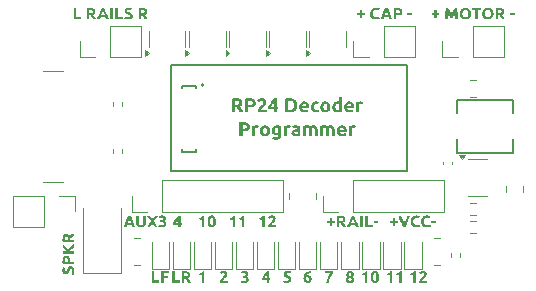
<source format=gto>
G04 #@! TF.GenerationSoftware,KiCad,Pcbnew,9.0.0*
G04 #@! TF.CreationDate,2025-06-18T17:45:24-04:00*
G04 #@! TF.ProjectId,rp24-usb-tester,72703234-2d75-4736-922d-746573746572,v0.3.2*
G04 #@! TF.SameCoordinates,Original*
G04 #@! TF.FileFunction,Legend,Top*
G04 #@! TF.FilePolarity,Positive*
%FSLAX46Y46*%
G04 Gerber Fmt 4.6, Leading zero omitted, Abs format (unit mm)*
G04 Created by KiCad (PCBNEW 9.0.0) date 2025-06-18 17:45:24*
%MOMM*%
%LPD*%
G01*
G04 APERTURE LIST*
%ADD10C,0.150000*%
%ADD11C,0.200000*%
%ADD12C,0.120000*%
G04 APERTURE END LIST*
D10*
X14500000Y-5500000D02*
X34500000Y-5500000D01*
X34500000Y-14500000D01*
X14500000Y-14500000D01*
X14500000Y-5500000D01*
D11*
G36*
X30270595Y-1125882D02*
G01*
X30504213Y-1125882D01*
X30504213Y-867962D01*
X30694478Y-867962D01*
X30694478Y-1125882D01*
X30928096Y-1125882D01*
X30928096Y-1301737D01*
X30694478Y-1301737D01*
X30694478Y-1559658D01*
X30504213Y-1559658D01*
X30504213Y-1301737D01*
X30270595Y-1301737D01*
X30270595Y-1125882D01*
G37*
G36*
X31885406Y-1649539D02*
G01*
X31789382Y-1643514D01*
X31707280Y-1626505D01*
X31636979Y-1599669D01*
X31576712Y-1563530D01*
X31525148Y-1517953D01*
X31482548Y-1463902D01*
X31448534Y-1401015D01*
X31423171Y-1327944D01*
X31407075Y-1242984D01*
X31401378Y-1144139D01*
X31405821Y-1064594D01*
X31418600Y-993348D01*
X31439114Y-929328D01*
X31467958Y-868617D01*
X31502468Y-815677D01*
X31542672Y-769715D01*
X31589022Y-730000D01*
X31641036Y-697144D01*
X31699354Y-670980D01*
X31760826Y-652529D01*
X31826388Y-641249D01*
X31896641Y-637397D01*
X31956748Y-639782D01*
X32008566Y-646495D01*
X32096676Y-667500D01*
X32159630Y-691985D01*
X32196022Y-711585D01*
X32133069Y-886280D01*
X32085975Y-864747D01*
X32028838Y-845675D01*
X31967087Y-833300D01*
X31893833Y-828883D01*
X31844070Y-833095D01*
X31795159Y-845797D01*
X31749853Y-867666D01*
X31709796Y-899958D01*
X31677084Y-941605D01*
X31650323Y-996372D01*
X31633991Y-1059117D01*
X31627974Y-1139926D01*
X31631743Y-1206131D01*
X31642629Y-1265956D01*
X31662224Y-1321028D01*
X31690195Y-1366584D01*
X31727691Y-1404019D01*
X31776291Y-1433445D01*
X31832978Y-1451495D01*
X31905007Y-1458053D01*
X31990309Y-1452496D01*
X32057475Y-1439185D01*
X32109255Y-1421660D01*
X32149860Y-1403464D01*
X32210005Y-1576755D01*
X32158447Y-1601742D01*
X32079885Y-1627130D01*
X31992332Y-1643579D01*
X31885406Y-1649539D01*
G37*
G36*
X32979431Y-867107D02*
G01*
X33072427Y-1090162D01*
X33168292Y-1340511D01*
X33271790Y-1630000D01*
X33038171Y-1630000D01*
X33003855Y-1527051D01*
X32966853Y-1418974D01*
X32589070Y-1418974D01*
X32552006Y-1526929D01*
X32517751Y-1630000D01*
X32291094Y-1630000D01*
X32394653Y-1340511D01*
X32430428Y-1247027D01*
X32639445Y-1247027D01*
X32915073Y-1247027D01*
X32871659Y-1127103D01*
X32831786Y-1022445D01*
X32798936Y-938243D01*
X32776587Y-880479D01*
X32755582Y-937876D01*
X32723403Y-1022201D01*
X32683531Y-1126920D01*
X32639445Y-1247027D01*
X32430428Y-1247027D01*
X32490457Y-1090162D01*
X32582781Y-867107D01*
X32677242Y-660844D01*
X32885703Y-660844D01*
X32979431Y-867107D01*
G37*
G36*
X33800291Y-654825D02*
G01*
X33890606Y-670513D01*
X33963589Y-694437D01*
X34022165Y-725446D01*
X34062955Y-758802D01*
X34094735Y-799170D01*
X34118145Y-847557D01*
X34133001Y-905573D01*
X34138302Y-975307D01*
X34132953Y-1045523D01*
X34117946Y-1104075D01*
X34094269Y-1153037D01*
X34062093Y-1194005D01*
X34020760Y-1227976D01*
X33961431Y-1259577D01*
X33887715Y-1283917D01*
X33796707Y-1299855D01*
X33685049Y-1305645D01*
X33616477Y-1305645D01*
X33616477Y-1630000D01*
X33398246Y-1630000D01*
X33398246Y-840851D01*
X33616477Y-840851D01*
X33616477Y-1118066D01*
X33685049Y-1118066D01*
X33760703Y-1113961D01*
X33816094Y-1103188D01*
X33855713Y-1087597D01*
X33880144Y-1069726D01*
X33897757Y-1045848D01*
X33909001Y-1014640D01*
X33913110Y-973902D01*
X33909155Y-935966D01*
X33898395Y-907407D01*
X33880700Y-883760D01*
X33856446Y-865092D01*
X33827140Y-851907D01*
X33789951Y-842927D01*
X33703245Y-836699D01*
X33656350Y-838103D01*
X33616477Y-840851D01*
X33398246Y-840851D01*
X33398246Y-674277D01*
X33470750Y-662521D01*
X33549311Y-654738D01*
X33689262Y-649120D01*
X33800291Y-654825D01*
G37*
G36*
X34557179Y-1118066D02*
G01*
X34962866Y-1118066D01*
X34962866Y-1305645D01*
X34557179Y-1305645D01*
X34557179Y-1118066D01*
G37*
G36*
X32803664Y-23164054D02*
G01*
X32888294Y-23125280D01*
X32974329Y-23077287D01*
X33054807Y-23022271D01*
X33091663Y-22992166D01*
X33124049Y-22960844D01*
X33269557Y-22960844D01*
X33269557Y-23930000D01*
X33061096Y-23930000D01*
X33061096Y-23234396D01*
X33017400Y-23260467D01*
X32967368Y-23284893D01*
X32866617Y-23324277D01*
X32803664Y-23164054D01*
G37*
G36*
X33597942Y-23164054D02*
G01*
X33682572Y-23125280D01*
X33768606Y-23077287D01*
X33849084Y-23022271D01*
X33885941Y-22992166D01*
X33918327Y-22960844D01*
X34063835Y-22960844D01*
X34063835Y-23930000D01*
X33855374Y-23930000D01*
X33855374Y-23234396D01*
X33811677Y-23260467D01*
X33761645Y-23284893D01*
X33660895Y-23324277D01*
X33597942Y-23164054D01*
G37*
G36*
X33064803Y-18725882D02*
G01*
X33298421Y-18725882D01*
X33298421Y-18467962D01*
X33488686Y-18467962D01*
X33488686Y-18725882D01*
X33722304Y-18725882D01*
X33722304Y-18901737D01*
X33488686Y-18901737D01*
X33488686Y-19159658D01*
X33298421Y-19159658D01*
X33298421Y-18901737D01*
X33064803Y-18901737D01*
X33064803Y-18725882D01*
G37*
G36*
X34190640Y-19230000D02*
G01*
X34077250Y-18976536D01*
X33970944Y-18716113D01*
X33877948Y-18469794D01*
X33804492Y-18260844D01*
X34045132Y-18260844D01*
X34105949Y-18441095D01*
X34173116Y-18634841D01*
X34239611Y-18819610D01*
X34299756Y-18972568D01*
X34359168Y-18819183D01*
X34426334Y-18634841D01*
X34493501Y-18441095D01*
X34554379Y-18260844D01*
X34786593Y-18260844D01*
X34712465Y-18470038D01*
X34620141Y-18716113D01*
X34513773Y-18976536D01*
X34400506Y-19230000D01*
X34190640Y-19230000D01*
G37*
G36*
X35319531Y-19249539D02*
G01*
X35223507Y-19243514D01*
X35141404Y-19226505D01*
X35071103Y-19199669D01*
X35010836Y-19163530D01*
X34959272Y-19117953D01*
X34916672Y-19063902D01*
X34882658Y-19001015D01*
X34857296Y-18927944D01*
X34841199Y-18842984D01*
X34835502Y-18744139D01*
X34839945Y-18664594D01*
X34852724Y-18593348D01*
X34873238Y-18529328D01*
X34902082Y-18468617D01*
X34936593Y-18415677D01*
X34976797Y-18369715D01*
X35023146Y-18330000D01*
X35075161Y-18297144D01*
X35133479Y-18270980D01*
X35194950Y-18252529D01*
X35260512Y-18241249D01*
X35330766Y-18237397D01*
X35390872Y-18239782D01*
X35442690Y-18246495D01*
X35530801Y-18267500D01*
X35593754Y-18291985D01*
X35630146Y-18311585D01*
X35567193Y-18486280D01*
X35520099Y-18464747D01*
X35462962Y-18445675D01*
X35401212Y-18433300D01*
X35327957Y-18428883D01*
X35278194Y-18433095D01*
X35229283Y-18445797D01*
X35183977Y-18467666D01*
X35143920Y-18499958D01*
X35111209Y-18541605D01*
X35084447Y-18596372D01*
X35068115Y-18659117D01*
X35062099Y-18739926D01*
X35065868Y-18806131D01*
X35076753Y-18865956D01*
X35096348Y-18921028D01*
X35124319Y-18966584D01*
X35161816Y-19004019D01*
X35210415Y-19033445D01*
X35267102Y-19051495D01*
X35339131Y-19058053D01*
X35424433Y-19052496D01*
X35491600Y-19039185D01*
X35543379Y-19021660D01*
X35583984Y-19003464D01*
X35644129Y-19176755D01*
X35592571Y-19201742D01*
X35514009Y-19227130D01*
X35426456Y-19243579D01*
X35319531Y-19249539D01*
G37*
G36*
X36190989Y-19249539D02*
G01*
X36094965Y-19243514D01*
X36012863Y-19226505D01*
X35942561Y-19199669D01*
X35882294Y-19163530D01*
X35830731Y-19117953D01*
X35788131Y-19063902D01*
X35754117Y-19001015D01*
X35728754Y-18927944D01*
X35712658Y-18842984D01*
X35706961Y-18744139D01*
X35711404Y-18664594D01*
X35724182Y-18593348D01*
X35744696Y-18529328D01*
X35773540Y-18468617D01*
X35808051Y-18415677D01*
X35848255Y-18369715D01*
X35894604Y-18330000D01*
X35946619Y-18297144D01*
X36004937Y-18270980D01*
X36066409Y-18252529D01*
X36131970Y-18241249D01*
X36202224Y-18237397D01*
X36262330Y-18239782D01*
X36314148Y-18246495D01*
X36402259Y-18267500D01*
X36465213Y-18291985D01*
X36501605Y-18311585D01*
X36438651Y-18486280D01*
X36391558Y-18464747D01*
X36334421Y-18445675D01*
X36272670Y-18433300D01*
X36199415Y-18428883D01*
X36149653Y-18433095D01*
X36100741Y-18445797D01*
X36055436Y-18467666D01*
X36015378Y-18499958D01*
X35982667Y-18541605D01*
X35955905Y-18596372D01*
X35939573Y-18659117D01*
X35933557Y-18739926D01*
X35937326Y-18806131D01*
X35948212Y-18865956D01*
X35967807Y-18921028D01*
X35995778Y-18966584D01*
X36033274Y-19004019D01*
X36081874Y-19033445D01*
X36138560Y-19051495D01*
X36210589Y-19058053D01*
X36295891Y-19052496D01*
X36363058Y-19039185D01*
X36414838Y-19021660D01*
X36455443Y-19003464D01*
X36515588Y-19176755D01*
X36464030Y-19201742D01*
X36385467Y-19227130D01*
X36297915Y-19243579D01*
X36190989Y-19249539D01*
G37*
G36*
X36562971Y-18718066D02*
G01*
X36968658Y-18718066D01*
X36968658Y-18905645D01*
X36562971Y-18905645D01*
X36562971Y-18718066D01*
G37*
G36*
X11222540Y-18467107D02*
G01*
X11315535Y-18690162D01*
X11411401Y-18940511D01*
X11514898Y-19230000D01*
X11281280Y-19230000D01*
X11246964Y-19127051D01*
X11209961Y-19018974D01*
X10832179Y-19018974D01*
X10795115Y-19126929D01*
X10760860Y-19230000D01*
X10534202Y-19230000D01*
X10637761Y-18940511D01*
X10673536Y-18847027D01*
X10882554Y-18847027D01*
X11158182Y-18847027D01*
X11114768Y-18727103D01*
X11074895Y-18622445D01*
X11042044Y-18538243D01*
X11019696Y-18480479D01*
X10998691Y-18537876D01*
X10966512Y-18622201D01*
X10926640Y-18726920D01*
X10882554Y-18847027D01*
X10673536Y-18847027D01*
X10733566Y-18690162D01*
X10825889Y-18467107D01*
X10920350Y-18260844D01*
X11128812Y-18260844D01*
X11222540Y-18467107D01*
G37*
G36*
X11992149Y-19249539D02*
G01*
X11924463Y-19246070D01*
X11866126Y-19236278D01*
X11815867Y-19220901D01*
X11768354Y-19198752D01*
X11727809Y-19172166D01*
X11693440Y-19141156D01*
X11664272Y-19105235D01*
X11640531Y-19064872D01*
X11622121Y-19019523D01*
X11605010Y-18946547D01*
X11599040Y-18863574D01*
X11599040Y-18260844D01*
X11817271Y-18260844D01*
X11817271Y-18846294D01*
X11820853Y-18902718D01*
X11830521Y-18946434D01*
X11846790Y-18984824D01*
X11866913Y-19013661D01*
X11892483Y-19035888D01*
X11922906Y-19050786D01*
X11956802Y-19059082D01*
X11994958Y-19061960D01*
X12046107Y-19056195D01*
X12088593Y-19039790D01*
X12124345Y-19012929D01*
X12144308Y-18987205D01*
X12159814Y-18952529D01*
X12170186Y-18906536D01*
X12174049Y-18846294D01*
X12174049Y-18260844D01*
X12392280Y-18260844D01*
X12392280Y-18863574D01*
X12386139Y-18946602D01*
X12368466Y-19020195D01*
X12349579Y-19065990D01*
X12325368Y-19106590D01*
X12295743Y-19142561D01*
X12260896Y-19173462D01*
X12219678Y-19199809D01*
X12171240Y-19221573D01*
X12120136Y-19236584D01*
X12060857Y-19246150D01*
X11992149Y-19249539D01*
G37*
G36*
X13159508Y-19230000D02*
G01*
X13070664Y-19066601D01*
X13017767Y-18989148D01*
X12958374Y-18925795D01*
X12909098Y-18986673D01*
X12849380Y-19069471D01*
X12792960Y-19158497D01*
X12753759Y-19230000D01*
X12504754Y-19230000D01*
X12570458Y-19116982D01*
X12649468Y-18996015D01*
X12834970Y-18739132D01*
X12518737Y-18260844D01*
X12783191Y-18260844D01*
X12967899Y-18541479D01*
X13156699Y-18260844D01*
X13405704Y-18260844D01*
X13091059Y-18728569D01*
X13207750Y-18881592D01*
X13295185Y-19012929D01*
X13421092Y-19230000D01*
X13159508Y-19230000D01*
G37*
G36*
X13754483Y-19249539D02*
G01*
X13674738Y-19244654D01*
X13593588Y-19231526D01*
X13522269Y-19213574D01*
X13471894Y-19195561D01*
X13512439Y-19023309D01*
X13605495Y-19056221D01*
X13665763Y-19068907D01*
X13746118Y-19073684D01*
X13809739Y-19068811D01*
X13855357Y-19056020D01*
X13887412Y-19037170D01*
X13912190Y-19010149D01*
X13927003Y-18977934D01*
X13932170Y-18938862D01*
X13927916Y-18903062D01*
X13916050Y-18874993D01*
X13897151Y-18851599D01*
X13871964Y-18832861D01*
X13842157Y-18819420D01*
X13805530Y-18810390D01*
X13723709Y-18804040D01*
X13642559Y-18804040D01*
X13642559Y-18636001D01*
X13734883Y-18636001D01*
X13794356Y-18630383D01*
X13821839Y-18622720D01*
X13845403Y-18611516D01*
X13865472Y-18595798D01*
X13881062Y-18575062D01*
X13890811Y-18549963D01*
X13894373Y-18516933D01*
X13891448Y-18491591D01*
X13883138Y-18470710D01*
X13870305Y-18452721D01*
X13854501Y-18438469D01*
X13835892Y-18427539D01*
X13813956Y-18419541D01*
X13767062Y-18413251D01*
X13708481Y-18417918D01*
X13655870Y-18431448D01*
X13606589Y-18451973D01*
X13562814Y-18476205D01*
X13488686Y-18323920D01*
X13541137Y-18294672D01*
X13607571Y-18266706D01*
X13685240Y-18245762D01*
X13727242Y-18239536D01*
X13772679Y-18237397D01*
X13854799Y-18242837D01*
X13920263Y-18257730D01*
X13978233Y-18282907D01*
X14023089Y-18315249D01*
X14058494Y-18355689D01*
X14083234Y-18402199D01*
X14097818Y-18453609D01*
X14102835Y-18510887D01*
X14099347Y-18548351D01*
X14088783Y-18585333D01*
X14070656Y-18622384D01*
X14046538Y-18655694D01*
X14017779Y-18682851D01*
X13983949Y-18704389D01*
X14031378Y-18728723D01*
X14069935Y-18759094D01*
X14100759Y-18795736D01*
X14123294Y-18837887D01*
X14137188Y-18885995D01*
X14142036Y-18941427D01*
X14136300Y-19006468D01*
X14119626Y-19064830D01*
X14091127Y-19117220D01*
X14049712Y-19162405D01*
X13997217Y-19198157D01*
X13928689Y-19226519D01*
X13851460Y-19243373D01*
X13754483Y-19249539D01*
G37*
G36*
X15299433Y-23742421D02*
G01*
X15299433Y-23930000D01*
X14651701Y-23930000D01*
X14651701Y-22960844D01*
X14869932Y-22960844D01*
X14869932Y-23742421D01*
X15299433Y-23742421D01*
G37*
G36*
X15834909Y-22954918D02*
G01*
X15925668Y-22970851D01*
X15998870Y-22995135D01*
X16057502Y-23026606D01*
X16098811Y-23060503D01*
X16130683Y-23100462D01*
X16153905Y-23147286D01*
X16168483Y-23202312D01*
X16173639Y-23267308D01*
X16167922Y-23333755D01*
X16151961Y-23388078D01*
X16126744Y-23432660D01*
X16092096Y-23470915D01*
X16047636Y-23504179D01*
X15991739Y-23532433D01*
X16053288Y-23616025D01*
X16116914Y-23714394D01*
X16177791Y-23821128D01*
X16232379Y-23930000D01*
X15987526Y-23930000D01*
X15933670Y-23833035D01*
X15877678Y-23737475D01*
X15821013Y-23649609D01*
X15765082Y-23574382D01*
X15657371Y-23574382D01*
X15657371Y-23930000D01*
X15439140Y-23930000D01*
X15439140Y-23140912D01*
X15657371Y-23140912D01*
X15657371Y-23402435D01*
X15718920Y-23402435D01*
X15801536Y-23398122D01*
X15858067Y-23387142D01*
X15895202Y-23371844D01*
X15924209Y-23347304D01*
X15941942Y-23313582D01*
X15948386Y-23267491D01*
X15941951Y-23223341D01*
X15924094Y-23190694D01*
X15894531Y-23166618D01*
X15857240Y-23151246D01*
X15805643Y-23140700D01*
X15735712Y-23136699D01*
X15693030Y-23138103D01*
X15657371Y-23140912D01*
X15439140Y-23140912D01*
X15439140Y-22974277D01*
X15511281Y-22962460D01*
X15586723Y-22954738D01*
X15723133Y-22949120D01*
X15834909Y-22954918D01*
G37*
G36*
X24506490Y-23644785D02*
G01*
X24501816Y-23605963D01*
X24488294Y-23572672D01*
X24464691Y-23544787D01*
X24425341Y-23520099D01*
X24376327Y-23502486D01*
X24305051Y-23487920D01*
X24224648Y-23479794D01*
X24114786Y-23476685D01*
X24139943Y-23212475D01*
X24155330Y-22960844D01*
X24679964Y-22960844D01*
X24679964Y-23136699D01*
X24330208Y-23136699D01*
X24323919Y-23232198D01*
X24316225Y-23312554D01*
X24420567Y-23325402D01*
X24503141Y-23346629D01*
X24567770Y-23374635D01*
X24617682Y-23408480D01*
X24659710Y-23452697D01*
X24689758Y-23504258D01*
X24708393Y-23564626D01*
X24714952Y-23635931D01*
X24708883Y-23701300D01*
X24691138Y-23760556D01*
X24661525Y-23813976D01*
X24619819Y-23859963D01*
X24567474Y-23896635D01*
X24500201Y-23925725D01*
X24424642Y-23943210D01*
X24331612Y-23949539D01*
X24252600Y-23944654D01*
X24172855Y-23932015D01*
X24103612Y-23915956D01*
X24056045Y-23899164D01*
X24093781Y-23728927D01*
X24131785Y-23743301D01*
X24186105Y-23759030D01*
X24246403Y-23769727D01*
X24323247Y-23773684D01*
X24386640Y-23768543D01*
X24431703Y-23755067D01*
X24463076Y-23735155D01*
X24487702Y-23707232D01*
X24501791Y-23677457D01*
X24506490Y-23644785D01*
G37*
G36*
X30703664Y-23164054D02*
G01*
X30788294Y-23125280D01*
X30874329Y-23077287D01*
X30954807Y-23022271D01*
X30991663Y-22992166D01*
X31024049Y-22960844D01*
X31169557Y-22960844D01*
X31169557Y-23930000D01*
X30961096Y-23930000D01*
X30961096Y-23234396D01*
X30917400Y-23260467D01*
X30867368Y-23284893D01*
X30766617Y-23324277D01*
X30703664Y-23164054D01*
G37*
G36*
X31861335Y-22942874D02*
G01*
X31917816Y-22958671D01*
X31968155Y-22984424D01*
X32013369Y-23020571D01*
X32054022Y-23068311D01*
X32092062Y-23134813D01*
X32121187Y-23217156D01*
X32140188Y-23318559D01*
X32147078Y-23442796D01*
X32140174Y-23567785D01*
X32121152Y-23669630D01*
X32092023Y-23752171D01*
X32054022Y-23818686D01*
X32013372Y-23866400D01*
X31968161Y-23902530D01*
X31917821Y-23928273D01*
X31861338Y-23944063D01*
X31797322Y-23949539D01*
X31733308Y-23944064D01*
X31676818Y-23928274D01*
X31626465Y-23902532D01*
X31581235Y-23866401D01*
X31540562Y-23818686D01*
X31502587Y-23752175D01*
X31473477Y-23669636D01*
X31454466Y-23567789D01*
X31447567Y-23442796D01*
X31660241Y-23442796D01*
X31662067Y-23513922D01*
X31667202Y-23575542D01*
X31676895Y-23633272D01*
X31690283Y-23678979D01*
X31709586Y-23718558D01*
X31732293Y-23746024D01*
X31761045Y-23763672D01*
X31797322Y-23769776D01*
X31833712Y-23763695D01*
X31863024Y-23746024D01*
X31886156Y-23718464D01*
X31905033Y-23678979D01*
X31917907Y-23633309D01*
X31927382Y-23575542D01*
X31932562Y-23513921D01*
X31934404Y-23442796D01*
X31932556Y-23371706D01*
X31927382Y-23310722D01*
X31917922Y-23253555D01*
X31905033Y-23208018D01*
X31886152Y-23168481D01*
X31863024Y-23140912D01*
X31833712Y-23123241D01*
X31797322Y-23117159D01*
X31761045Y-23123263D01*
X31732293Y-23140912D01*
X31709590Y-23168386D01*
X31690283Y-23208018D01*
X31676879Y-23253593D01*
X31667202Y-23310722D01*
X31662073Y-23371706D01*
X31660241Y-23442796D01*
X31447567Y-23442796D01*
X31454058Y-23324784D01*
X31472052Y-23227191D01*
X31491533Y-23165956D01*
X31515184Y-23113579D01*
X31542699Y-23068982D01*
X31576066Y-23028873D01*
X31612817Y-22996433D01*
X31653219Y-22970980D01*
X31697217Y-22952522D01*
X31744997Y-22941260D01*
X31797322Y-22937397D01*
X31861335Y-22942874D01*
G37*
G36*
X6161960Y-22926682D02*
G01*
X6159846Y-22882555D01*
X6154328Y-22850479D01*
X6144801Y-22822340D01*
X6133384Y-22802180D01*
X6118632Y-22786556D01*
X6102060Y-22777023D01*
X6061577Y-22770001D01*
X6032237Y-22774810D01*
X6006378Y-22789216D01*
X5982869Y-22814758D01*
X5953448Y-22868425D01*
X5915092Y-22968631D01*
X5876624Y-23063764D01*
X5852013Y-23109108D01*
X5822096Y-23149127D01*
X5785987Y-23183199D01*
X5742412Y-23210676D01*
X5692227Y-23228113D01*
X5628351Y-23234428D01*
X5563599Y-23227948D01*
X5507329Y-23209271D01*
X5457518Y-23178829D01*
X5415737Y-23137891D01*
X5382838Y-23087819D01*
X5357669Y-23025967D01*
X5342700Y-22957724D01*
X5337397Y-22877712D01*
X5343034Y-22783378D01*
X5358401Y-22708451D01*
X5381474Y-22640696D01*
X5404563Y-22590909D01*
X5578098Y-22653863D01*
X5558698Y-22695911D01*
X5541095Y-22744111D01*
X5529320Y-22796540D01*
X5524975Y-22863668D01*
X5527990Y-22916039D01*
X5535709Y-22952217D01*
X5546591Y-22976325D01*
X5563406Y-22995242D01*
X5584949Y-23006564D01*
X5612780Y-23010580D01*
X5637706Y-23007288D01*
X5657416Y-22998001D01*
X5674235Y-22983279D01*
X5690205Y-22962342D01*
X5716706Y-22909219D01*
X5741191Y-22842724D01*
X5796451Y-22711260D01*
X5826704Y-22658937D01*
X5860076Y-22618204D01*
X5899533Y-22585879D01*
X5945378Y-22562944D01*
X5997284Y-22549650D01*
X6064202Y-22544748D01*
X6130380Y-22551124D01*
X6186266Y-22569257D01*
X6233932Y-22598596D01*
X6274740Y-22639880D01*
X6305086Y-22688536D01*
X6328486Y-22750483D01*
X6343898Y-22828688D01*
X6349539Y-22926682D01*
X6347509Y-22989481D01*
X6341845Y-23042820D01*
X6322978Y-23134411D01*
X6299164Y-23202982D01*
X6275350Y-23251220D01*
X6100411Y-23189671D01*
X6122123Y-23143330D01*
X6143093Y-23082692D01*
X6156824Y-23015227D01*
X6161960Y-22926682D01*
G37*
G36*
X5745523Y-21641575D02*
G01*
X5804075Y-21656582D01*
X5853037Y-21680259D01*
X5894005Y-21712435D01*
X5927976Y-21753767D01*
X5959577Y-21813096D01*
X5983917Y-21886813D01*
X5999855Y-21977821D01*
X6005645Y-22089479D01*
X6005645Y-22158050D01*
X6330000Y-22158050D01*
X6330000Y-22376281D01*
X5374277Y-22376281D01*
X5362521Y-22303777D01*
X5354738Y-22225217D01*
X5349120Y-22085266D01*
X5349838Y-22071283D01*
X5536699Y-22071283D01*
X5538103Y-22118177D01*
X5540851Y-22158050D01*
X5818066Y-22158050D01*
X5818066Y-22089479D01*
X5813961Y-22013825D01*
X5803188Y-21958434D01*
X5787597Y-21918814D01*
X5769726Y-21894383D01*
X5745848Y-21876771D01*
X5714640Y-21865527D01*
X5673902Y-21861417D01*
X5635966Y-21865373D01*
X5607407Y-21876133D01*
X5583760Y-21893827D01*
X5565092Y-21918081D01*
X5551907Y-21947388D01*
X5542927Y-21984577D01*
X5536699Y-22071283D01*
X5349838Y-22071283D01*
X5354825Y-21974237D01*
X5370513Y-21883921D01*
X5394437Y-21810939D01*
X5425446Y-21752363D01*
X5458802Y-21711572D01*
X5499170Y-21679793D01*
X5547557Y-21656382D01*
X5605573Y-21641526D01*
X5675307Y-21636225D01*
X5745523Y-21641575D01*
G37*
G36*
X6330000Y-20903314D02*
G01*
X6227845Y-20972556D01*
X6118241Y-21059324D01*
X6012240Y-21156532D01*
X5963311Y-21207677D01*
X5921748Y-21257282D01*
X6330000Y-21257282D01*
X6330000Y-21475513D01*
X5360844Y-21475513D01*
X5360844Y-21257282D01*
X5728551Y-21257282D01*
X5539446Y-21085885D01*
X5360844Y-20925723D01*
X5360844Y-20666886D01*
X5586769Y-20866250D01*
X5808297Y-21076787D01*
X5874824Y-21001884D01*
X5951007Y-20927064D01*
X6037580Y-20852267D01*
X6175701Y-20747258D01*
X6330000Y-20644477D01*
X6330000Y-20903314D01*
G37*
G36*
X6330000Y-19969695D02*
G01*
X6233035Y-20023551D01*
X6137475Y-20079543D01*
X6049609Y-20136208D01*
X5974382Y-20192139D01*
X5974382Y-20299851D01*
X6330000Y-20299851D01*
X6330000Y-20518081D01*
X5374277Y-20518081D01*
X5362460Y-20445941D01*
X5354738Y-20370498D01*
X5349120Y-20234088D01*
X5349772Y-20221510D01*
X5536699Y-20221510D01*
X5538103Y-20264191D01*
X5540912Y-20299851D01*
X5802435Y-20299851D01*
X5802435Y-20238301D01*
X5798122Y-20155685D01*
X5787142Y-20099154D01*
X5771844Y-20062019D01*
X5747304Y-20033012D01*
X5713582Y-20015279D01*
X5667491Y-20008835D01*
X5623341Y-20015270D01*
X5590694Y-20033127D01*
X5566618Y-20062691D01*
X5551246Y-20099981D01*
X5540700Y-20151578D01*
X5536699Y-20221510D01*
X5349772Y-20221510D01*
X5354918Y-20122312D01*
X5370851Y-20031553D01*
X5395135Y-19958351D01*
X5426606Y-19899720D01*
X5460503Y-19858410D01*
X5500462Y-19826538D01*
X5547286Y-19803316D01*
X5602312Y-19788739D01*
X5667308Y-19783582D01*
X5733755Y-19789299D01*
X5788078Y-19805260D01*
X5832660Y-19830477D01*
X5870915Y-19865125D01*
X5904179Y-19909585D01*
X5932433Y-19965482D01*
X6016025Y-19903933D01*
X6114394Y-19840308D01*
X6221128Y-19779430D01*
X6330000Y-19724842D01*
X6330000Y-19969695D01*
G37*
G36*
X29781884Y-22943957D02*
G01*
X29846363Y-22961943D01*
X29902974Y-22990565D01*
X29946380Y-23024408D01*
X29980435Y-23064988D01*
X30003045Y-23109282D01*
X30016271Y-23156531D01*
X30020569Y-23202583D01*
X30016599Y-23246447D01*
X30004777Y-23288070D01*
X29984849Y-23328124D01*
X29944372Y-23380690D01*
X29896066Y-23420020D01*
X29946962Y-23457364D01*
X29984170Y-23493391D01*
X30010067Y-23528342D01*
X30028802Y-23567333D01*
X30040325Y-23611004D01*
X30044322Y-23660355D01*
X30038765Y-23721303D01*
X30022645Y-23775577D01*
X29995655Y-23824484D01*
X29957554Y-23867107D01*
X29909862Y-23901272D01*
X29849172Y-23927923D01*
X29781172Y-23943826D01*
X29698779Y-23949539D01*
X29633745Y-23946147D01*
X29580012Y-23936753D01*
X29535808Y-23922306D01*
X29475637Y-23890831D01*
X29430906Y-23854590D01*
X29396426Y-23811544D01*
X29374241Y-23765868D01*
X29361401Y-23718246D01*
X29357450Y-23677147D01*
X29358059Y-23668538D01*
X29560293Y-23668538D01*
X29567987Y-23705479D01*
X29577815Y-23724623D01*
X29592472Y-23742482D01*
X29611174Y-23757479D01*
X29635826Y-23770387D01*
X29664070Y-23778523D01*
X29700184Y-23781500D01*
X29747417Y-23776993D01*
X29781783Y-23764965D01*
X29806490Y-23746634D01*
X29825517Y-23721836D01*
X29836445Y-23696054D01*
X29840074Y-23668538D01*
X29836306Y-23637877D01*
X29825358Y-23611385D01*
X29808255Y-23588074D01*
X29785485Y-23567482D01*
X29758694Y-23550045D01*
X29726073Y-23534021D01*
X29652617Y-23506788D01*
X29616470Y-23538667D01*
X29586855Y-23575115D01*
X29567173Y-23617146D01*
X29560293Y-23668538D01*
X29358059Y-23668538D01*
X29360337Y-23636312D01*
X29368624Y-23600272D01*
X29382007Y-23566705D01*
X29399398Y-23536707D01*
X29443484Y-23484317D01*
X29495935Y-23439621D01*
X29441724Y-23388763D01*
X29407092Y-23342840D01*
X29391753Y-23309842D01*
X29381926Y-23269681D01*
X29378394Y-23220779D01*
X29379429Y-23210887D01*
X29581237Y-23210887D01*
X29584758Y-23239716D01*
X29595448Y-23267599D01*
X29614088Y-23295212D01*
X29638509Y-23318177D01*
X29674930Y-23340757D01*
X29726745Y-23362684D01*
X29767126Y-23331688D01*
X29795316Y-23298021D01*
X29812869Y-23258391D01*
X29819130Y-23208079D01*
X29812841Y-23175045D01*
X29804617Y-23158266D01*
X29791836Y-23142011D01*
X29775534Y-23127990D01*
X29754711Y-23115999D01*
X29730824Y-23108258D01*
X29700184Y-23105436D01*
X29670727Y-23108039D01*
X29647000Y-23115266D01*
X29626257Y-23126865D01*
X29609875Y-23141278D01*
X29588198Y-23175717D01*
X29581237Y-23210887D01*
X29379429Y-23210887D01*
X29384147Y-23165798D01*
X29401475Y-23112763D01*
X29429259Y-23064208D01*
X29466504Y-23022271D01*
X29512171Y-22987966D01*
X29567926Y-22960539D01*
X29629652Y-22943372D01*
X29700184Y-22937397D01*
X29781884Y-22943957D01*
G37*
G36*
X20186567Y-8319902D02*
G01*
X20295478Y-8339021D01*
X20383320Y-8368162D01*
X20453678Y-8405928D01*
X20503249Y-8446603D01*
X20541496Y-8494555D01*
X20569362Y-8550743D01*
X20586855Y-8616774D01*
X20593043Y-8694769D01*
X20586183Y-8774506D01*
X20567029Y-8839693D01*
X20536769Y-8893192D01*
X20495192Y-8939098D01*
X20441839Y-8979014D01*
X20374763Y-9012920D01*
X20448622Y-9113230D01*
X20524972Y-9231273D01*
X20598025Y-9359354D01*
X20663531Y-9490000D01*
X20369707Y-9490000D01*
X20305080Y-9373642D01*
X20237889Y-9258970D01*
X20169892Y-9153531D01*
X20102774Y-9063258D01*
X19973521Y-9063258D01*
X19973521Y-9490000D01*
X19711644Y-9490000D01*
X19711644Y-8543094D01*
X19973521Y-8543094D01*
X19973521Y-8856922D01*
X20047380Y-8856922D01*
X20146520Y-8851746D01*
X20214356Y-8838570D01*
X20258919Y-8820212D01*
X20293727Y-8790765D01*
X20315007Y-8750298D01*
X20322739Y-8694989D01*
X20315017Y-8642010D01*
X20293589Y-8602833D01*
X20258113Y-8573942D01*
X20213365Y-8555495D01*
X20151448Y-8542840D01*
X20067530Y-8538039D01*
X20016312Y-8539724D01*
X19973521Y-8543094D01*
X19711644Y-8543094D01*
X19711644Y-8343133D01*
X19798213Y-8328952D01*
X19888744Y-8319685D01*
X20052436Y-8312944D01*
X20186567Y-8319902D01*
G37*
G36*
X21313706Y-8319790D02*
G01*
X21422085Y-8338616D01*
X21509664Y-8367324D01*
X21579955Y-8404535D01*
X21628904Y-8444562D01*
X21667039Y-8493004D01*
X21695132Y-8551069D01*
X21712958Y-8620687D01*
X21719320Y-8704368D01*
X21712901Y-8788627D01*
X21694892Y-8858890D01*
X21666480Y-8917645D01*
X21627868Y-8966806D01*
X21578270Y-9007571D01*
X21507075Y-9045493D01*
X21418615Y-9074700D01*
X21309405Y-9093826D01*
X21175415Y-9100774D01*
X21093130Y-9100774D01*
X21093130Y-9490000D01*
X20831253Y-9490000D01*
X20831253Y-8543021D01*
X21093130Y-8543021D01*
X21093130Y-8875680D01*
X21175415Y-8875680D01*
X21266201Y-8870753D01*
X21332670Y-8857826D01*
X21380213Y-8839117D01*
X21409530Y-8817671D01*
X21430665Y-8789018D01*
X21444158Y-8751569D01*
X21449090Y-8702683D01*
X21444343Y-8657159D01*
X21431431Y-8622889D01*
X21410197Y-8594512D01*
X21381092Y-8572110D01*
X21345925Y-8556288D01*
X21301298Y-8545512D01*
X21197251Y-8538039D01*
X21140977Y-8539724D01*
X21093130Y-8543021D01*
X20831253Y-8543021D01*
X20831253Y-8343133D01*
X20918257Y-8329025D01*
X21012530Y-8319685D01*
X21180471Y-8312944D01*
X21313706Y-8319790D01*
G37*
G36*
X22610538Y-8631168D02*
G01*
X22604241Y-8693647D01*
X22585332Y-8753681D01*
X22556640Y-8810979D01*
X22519899Y-8866960D01*
X22477349Y-8920128D01*
X22429187Y-8971887D01*
X22330196Y-9067508D01*
X22275607Y-9120411D01*
X22219407Y-9179982D01*
X22171560Y-9236182D01*
X22153500Y-9261691D01*
X22145548Y-9278974D01*
X22645855Y-9278974D01*
X22645855Y-9490000D01*
X21870189Y-9490000D01*
X21866818Y-9443032D01*
X21866818Y-9402732D01*
X21873503Y-9324475D01*
X21892830Y-9255013D01*
X21922922Y-9190089D01*
X21960900Y-9129937D01*
X22005487Y-9074009D01*
X22055716Y-9021639D01*
X22160642Y-8920889D01*
X22236187Y-8847836D01*
X22298322Y-8780718D01*
X22322692Y-8747295D01*
X22340307Y-8715212D01*
X22351694Y-8681966D01*
X22355401Y-8648900D01*
X22350028Y-8601644D01*
X22335688Y-8568185D01*
X22313416Y-8544853D01*
X22267599Y-8522512D01*
X22209295Y-8514591D01*
X22165072Y-8518229D01*
X22124519Y-8528879D01*
X22052345Y-8562512D01*
X21996071Y-8601127D01*
X21960827Y-8632121D01*
X21836630Y-8456706D01*
X21915891Y-8394378D01*
X22008674Y-8343353D01*
X22075404Y-8318746D01*
X22145399Y-8303901D01*
X22219407Y-8298876D01*
X22317835Y-8305191D01*
X22395628Y-8322397D01*
X22464421Y-8351467D01*
X22517335Y-8388635D01*
X22558806Y-8435933D01*
X22587823Y-8492683D01*
X22604618Y-8556483D01*
X22610538Y-8631168D01*
G37*
G36*
X23511647Y-9025743D02*
G01*
X23635918Y-9025743D01*
X23635918Y-9232079D01*
X23511647Y-9232079D01*
X23511647Y-9490000D01*
X23266549Y-9490000D01*
X23266549Y-9232079D01*
X22764557Y-9232079D01*
X22764557Y-9047578D01*
X22776618Y-9025743D01*
X23002987Y-9025743D01*
X23266549Y-9025743D01*
X23266549Y-8632561D01*
X23127184Y-8819113D01*
X23058725Y-8921945D01*
X23002987Y-9025743D01*
X22776618Y-9025743D01*
X22856881Y-8880443D01*
X22980272Y-8688981D01*
X23123814Y-8496713D01*
X23200562Y-8405895D01*
X23274903Y-8327013D01*
X23511647Y-8327013D01*
X23511647Y-9025743D01*
G37*
G36*
X24677434Y-8316895D02*
G01*
X24767523Y-8328278D01*
X24849316Y-8346503D01*
X24928055Y-8373770D01*
X24997350Y-8409052D01*
X25058291Y-8452236D01*
X25111548Y-8504222D01*
X25156234Y-8565354D01*
X25192600Y-8636737D01*
X25217834Y-8713094D01*
X25233926Y-8802399D01*
X25239641Y-8906821D01*
X25234012Y-9006682D01*
X25218001Y-9093909D01*
X25192600Y-9170237D01*
X25156368Y-9241766D01*
X25111969Y-9303510D01*
X25059170Y-9356496D01*
X24998651Y-9400767D01*
X24928815Y-9437730D01*
X24848437Y-9467212D01*
X24764861Y-9487210D01*
X24672327Y-9499719D01*
X24569780Y-9504068D01*
X24405210Y-9498206D01*
X24311844Y-9489167D01*
X24220562Y-9473879D01*
X24220562Y-8543094D01*
X24482439Y-8543094D01*
X24482439Y-9275603D01*
X24525231Y-9278168D01*
X24583189Y-9278974D01*
X24682052Y-9271754D01*
X24761177Y-9251887D01*
X24824333Y-9221218D01*
X24874449Y-9180348D01*
X24914633Y-9128471D01*
X24944110Y-9067076D01*
X24962725Y-8994296D01*
X24969337Y-8907700D01*
X24962778Y-8816070D01*
X24944608Y-8741500D01*
X24916381Y-8680878D01*
X24878625Y-8631755D01*
X24830812Y-8593276D01*
X24769321Y-8564105D01*
X24690930Y-8545025D01*
X24591542Y-8538039D01*
X24536148Y-8538918D01*
X24482439Y-8543094D01*
X24220562Y-8543094D01*
X24220562Y-8341448D01*
X24312324Y-8327489D01*
X24409386Y-8318806D01*
X24578134Y-8312944D01*
X24677434Y-8316895D01*
G37*
G36*
X25915615Y-8592781D02*
G01*
X25994456Y-8615055D01*
X26061969Y-8650778D01*
X26120014Y-8700265D01*
X26165376Y-8760565D01*
X26199366Y-8835040D01*
X26221277Y-8926707D01*
X26229191Y-9039371D01*
X26227505Y-9087292D01*
X26224135Y-9133600D01*
X25656710Y-9133600D01*
X25668527Y-9180583D01*
X25692210Y-9219998D01*
X25728884Y-9253401D01*
X25773554Y-9276984D01*
X25829685Y-9292202D01*
X25900122Y-9297732D01*
X25968457Y-9294566D01*
X26035238Y-9285129D01*
X26098213Y-9270264D01*
X26143535Y-9254061D01*
X26177094Y-9458053D01*
X26123385Y-9478203D01*
X26048646Y-9495788D01*
X25960499Y-9508391D01*
X25866490Y-9513447D01*
X25787606Y-9509220D01*
X25718971Y-9497228D01*
X25659201Y-9478276D01*
X25602678Y-9451279D01*
X25554275Y-9419158D01*
X25513095Y-9381922D01*
X25463002Y-9315495D01*
X25427512Y-9236915D01*
X25406904Y-9150809D01*
X25399815Y-9055858D01*
X25404123Y-8978266D01*
X25407403Y-8960090D01*
X25656710Y-8960090D01*
X25987390Y-8960090D01*
X25976473Y-8898248D01*
X25964647Y-8869697D01*
X25947896Y-8844759D01*
X25926352Y-8823674D01*
X25899243Y-8806364D01*
X25867603Y-8795317D01*
X25826263Y-8791270D01*
X25786166Y-8795032D01*
X25754016Y-8805484D01*
X25726103Y-8822183D01*
X25703678Y-8843147D01*
X25686008Y-8868202D01*
X25672683Y-8897442D01*
X25656710Y-8960090D01*
X25407403Y-8960090D01*
X25416389Y-8910286D01*
X25435866Y-8850621D01*
X25478448Y-8768716D01*
X25530754Y-8703928D01*
X25594012Y-8652317D01*
X25665869Y-8615122D01*
X25743520Y-8592445D01*
X25822893Y-8584933D01*
X25915615Y-8592781D01*
G37*
G36*
X26379913Y-9049190D02*
G01*
X26387790Y-8955737D01*
X26410981Y-8869012D01*
X26449211Y-8789401D01*
X26500740Y-8721514D01*
X26565254Y-8665535D01*
X26643475Y-8621789D01*
X26700554Y-8601720D01*
X26764009Y-8589260D01*
X26834864Y-8584933D01*
X26903743Y-8588214D01*
X26964117Y-8597536D01*
X27022029Y-8612810D01*
X27078277Y-8633586D01*
X27026253Y-8834207D01*
X26949023Y-8810760D01*
X26905656Y-8803299D01*
X26855014Y-8800648D01*
X26784375Y-8809025D01*
X26730618Y-8832109D01*
X26689637Y-8869085D01*
X26660274Y-8917404D01*
X26641754Y-8976519D01*
X26635122Y-9049190D01*
X26641589Y-9126654D01*
X26659193Y-9186548D01*
X26686267Y-9232665D01*
X26714082Y-9259311D01*
X26751386Y-9279498D01*
X26800623Y-9292804D01*
X26865053Y-9297732D01*
X26962432Y-9289378D01*
X27012993Y-9278266D01*
X27058127Y-9262487D01*
X27093444Y-9468091D01*
X27046778Y-9484567D01*
X26984268Y-9499965D01*
X26917016Y-9509930D01*
X26839920Y-9513447D01*
X26759868Y-9509085D01*
X26690978Y-9496768D01*
X26631679Y-9477397D01*
X26575838Y-9449836D01*
X26528299Y-9417160D01*
X26488137Y-9379357D01*
X26439768Y-9312214D01*
X26405925Y-9232739D01*
X26386595Y-9145789D01*
X26379913Y-9049190D01*
G37*
G36*
X27704711Y-8593532D02*
G01*
X27787338Y-8618492D01*
X27861792Y-8658933D01*
X27924212Y-8712355D01*
X27974474Y-8778117D01*
X28013165Y-8858168D01*
X28036866Y-8946696D01*
X28045112Y-9047505D01*
X28037306Y-9148507D01*
X28014850Y-9237721D01*
X27977464Y-9318555D01*
X27927582Y-9385219D01*
X27865107Y-9439300D01*
X27790709Y-9479961D01*
X27707656Y-9504791D01*
X27611923Y-9513447D01*
X27517715Y-9504832D01*
X27434822Y-9479961D01*
X27360486Y-9439305D01*
X27298022Y-9385219D01*
X27247746Y-9318614D01*
X27208995Y-9237721D01*
X27185331Y-9148434D01*
X27177122Y-9047505D01*
X27432331Y-9047505D01*
X27438214Y-9123027D01*
X27454359Y-9182868D01*
X27479299Y-9230174D01*
X27515020Y-9267765D01*
X27558384Y-9289986D01*
X27611923Y-9297732D01*
X27665471Y-9289964D01*
X27708543Y-9267732D01*
X27743741Y-9230174D01*
X27768229Y-9182928D01*
X27784111Y-9123088D01*
X27789903Y-9047505D01*
X27784074Y-8971918D01*
X27768166Y-8912710D01*
X27743741Y-8866521D01*
X27708672Y-8829995D01*
X27665606Y-8808264D01*
X27611923Y-8800648D01*
X27558251Y-8808242D01*
X27514892Y-8829962D01*
X27479299Y-8866521D01*
X27454423Y-8912771D01*
X27438250Y-8971980D01*
X27432331Y-9047505D01*
X27177122Y-9047505D01*
X27185569Y-8946734D01*
X27209875Y-8858168D01*
X27249417Y-8778147D01*
X27300513Y-8712355D01*
X27363640Y-8658887D01*
X27438193Y-8618492D01*
X27520602Y-8593495D01*
X27611923Y-8584933D01*
X27704711Y-8593532D01*
G37*
G36*
X29016856Y-9463035D02*
G01*
X28939627Y-9482379D01*
X28848109Y-9498279D01*
X28750729Y-9509197D01*
X28655914Y-9513447D01*
X28550508Y-9505120D01*
X28461155Y-9481573D01*
X28406265Y-9456759D01*
X28358400Y-9426246D01*
X28316808Y-9389982D01*
X28265382Y-9324721D01*
X28226975Y-9245561D01*
X28203984Y-9157349D01*
X28195907Y-9054905D01*
X28196644Y-9043914D01*
X28451117Y-9043914D01*
X28457515Y-9120077D01*
X28475277Y-9181637D01*
X28503141Y-9231493D01*
X28542569Y-9270306D01*
X28592887Y-9293969D01*
X28657600Y-9302421D01*
X28719662Y-9299930D01*
X28766703Y-9293995D01*
X28766703Y-8835893D01*
X28740964Y-8822623D01*
X28705374Y-8810760D01*
X28667365Y-8803169D01*
X28629023Y-8800648D01*
X28575363Y-8807216D01*
X28533388Y-8825554D01*
X28500269Y-8855391D01*
X28474798Y-8898788D01*
X28457620Y-8959785D01*
X28451117Y-9043914D01*
X28196644Y-9043914D01*
X28202906Y-8950569D01*
X28222725Y-8860952D01*
X28256158Y-8779651D01*
X28299955Y-8713967D01*
X28355926Y-8660668D01*
X28423346Y-8621570D01*
X28499923Y-8597941D01*
X28590408Y-8589623D01*
X28641012Y-8592289D01*
X28683612Y-8599734D01*
X28766703Y-8628237D01*
X28766703Y-8226629D01*
X29016856Y-8186329D01*
X29016856Y-9463035D01*
G37*
G36*
X29725804Y-8592781D02*
G01*
X29804644Y-8615055D01*
X29872158Y-8650778D01*
X29930203Y-8700265D01*
X29975565Y-8760565D01*
X30009554Y-8835040D01*
X30031465Y-8926707D01*
X30039379Y-9039371D01*
X30037694Y-9087292D01*
X30034323Y-9133600D01*
X29466898Y-9133600D01*
X29478716Y-9180583D01*
X29502398Y-9219998D01*
X29539072Y-9253401D01*
X29583742Y-9276984D01*
X29639873Y-9292202D01*
X29710311Y-9297732D01*
X29778646Y-9294566D01*
X29845426Y-9285129D01*
X29908401Y-9270264D01*
X29953723Y-9254061D01*
X29987282Y-9458053D01*
X29933573Y-9478203D01*
X29858835Y-9495788D01*
X29770688Y-9508391D01*
X29676679Y-9513447D01*
X29597794Y-9509220D01*
X29529159Y-9497228D01*
X29469390Y-9478276D01*
X29412867Y-9451279D01*
X29364463Y-9419158D01*
X29323284Y-9381922D01*
X29273191Y-9315495D01*
X29237701Y-9236915D01*
X29217093Y-9150809D01*
X29210004Y-9055858D01*
X29214312Y-8978266D01*
X29217591Y-8960090D01*
X29466898Y-8960090D01*
X29797579Y-8960090D01*
X29786661Y-8898248D01*
X29774836Y-8869697D01*
X29758085Y-8844759D01*
X29736540Y-8823674D01*
X29709431Y-8806364D01*
X29677792Y-8795317D01*
X29636452Y-8791270D01*
X29596355Y-8795032D01*
X29564205Y-8805484D01*
X29536291Y-8822183D01*
X29513866Y-8843147D01*
X29496197Y-8868202D01*
X29482872Y-8897442D01*
X29466898Y-8960090D01*
X29217591Y-8960090D01*
X29226577Y-8910286D01*
X29246054Y-8850621D01*
X29288637Y-8768716D01*
X29340942Y-8703928D01*
X29404201Y-8652317D01*
X29476057Y-8615122D01*
X29553708Y-8592445D01*
X29633081Y-8584933D01*
X29725804Y-8592781D01*
G37*
G36*
X30764268Y-8827540D02*
G01*
X30685353Y-8809881D01*
X30639101Y-8803027D01*
X30587973Y-8800648D01*
X30531773Y-8804825D01*
X30482240Y-8814057D01*
X30482240Y-9490000D01*
X30232087Y-9490000D01*
X30232087Y-8655129D01*
X30302468Y-8633048D01*
X30390722Y-8610652D01*
X30485107Y-8595128D01*
X30594714Y-8589623D01*
X30643367Y-8592187D01*
X30700447Y-8598855D01*
X30757526Y-8608967D01*
X30806253Y-8623182D01*
X30764268Y-8827540D01*
G37*
G36*
X20820140Y-10335790D02*
G01*
X20928519Y-10354616D01*
X21016097Y-10383324D01*
X21086389Y-10420535D01*
X21135337Y-10460562D01*
X21173473Y-10509004D01*
X21201565Y-10567069D01*
X21219392Y-10636687D01*
X21225754Y-10720368D01*
X21219334Y-10804627D01*
X21201326Y-10874890D01*
X21172913Y-10933645D01*
X21134302Y-10982806D01*
X21084703Y-11023571D01*
X21013509Y-11061493D01*
X20925049Y-11090700D01*
X20815839Y-11109826D01*
X20681849Y-11116774D01*
X20599564Y-11116774D01*
X20599564Y-11506000D01*
X20337687Y-11506000D01*
X20337687Y-10559021D01*
X20599564Y-10559021D01*
X20599564Y-10891680D01*
X20681849Y-10891680D01*
X20772634Y-10886753D01*
X20839103Y-10873826D01*
X20886647Y-10855117D01*
X20915964Y-10833671D01*
X20937099Y-10805018D01*
X20950592Y-10767569D01*
X20955523Y-10718683D01*
X20950777Y-10673159D01*
X20937865Y-10638889D01*
X20916631Y-10610512D01*
X20887526Y-10588110D01*
X20852358Y-10572288D01*
X20807732Y-10561512D01*
X20703685Y-10554039D01*
X20647411Y-10555724D01*
X20599564Y-10559021D01*
X20337687Y-10559021D01*
X20337687Y-10359133D01*
X20424691Y-10345025D01*
X20518964Y-10335685D01*
X20686905Y-10328944D01*
X20820140Y-10335790D01*
G37*
G36*
X21934009Y-10843540D02*
G01*
X21855094Y-10825881D01*
X21808843Y-10819027D01*
X21757715Y-10816648D01*
X21701514Y-10820825D01*
X21651982Y-10830057D01*
X21651982Y-11506000D01*
X21401828Y-11506000D01*
X21401828Y-10671129D01*
X21472209Y-10649048D01*
X21560464Y-10626652D01*
X21654848Y-10611128D01*
X21764456Y-10605623D01*
X21813109Y-10608187D01*
X21870188Y-10614855D01*
X21927268Y-10624967D01*
X21975994Y-10639182D01*
X21934009Y-10843540D01*
G37*
G36*
X22579128Y-10609532D02*
G01*
X22661755Y-10634492D01*
X22736209Y-10674933D01*
X22798629Y-10728355D01*
X22848891Y-10794117D01*
X22887582Y-10874168D01*
X22911283Y-10962696D01*
X22919529Y-11063505D01*
X22911723Y-11164507D01*
X22889267Y-11253721D01*
X22851881Y-11334555D01*
X22801999Y-11401219D01*
X22739524Y-11455300D01*
X22665126Y-11495961D01*
X22582073Y-11520791D01*
X22486340Y-11529447D01*
X22392132Y-11520832D01*
X22309239Y-11495961D01*
X22234903Y-11455305D01*
X22172439Y-11401219D01*
X22122163Y-11334614D01*
X22083412Y-11253721D01*
X22059748Y-11164434D01*
X22051539Y-11063505D01*
X22306748Y-11063505D01*
X22312631Y-11139027D01*
X22328776Y-11198868D01*
X22353716Y-11246174D01*
X22389437Y-11283765D01*
X22432801Y-11305986D01*
X22486340Y-11313732D01*
X22539888Y-11305964D01*
X22582960Y-11283732D01*
X22618158Y-11246174D01*
X22642646Y-11198928D01*
X22658528Y-11139088D01*
X22664320Y-11063505D01*
X22658491Y-10987918D01*
X22642583Y-10928710D01*
X22618158Y-10882521D01*
X22583089Y-10845995D01*
X22540023Y-10824264D01*
X22486340Y-10816648D01*
X22432668Y-10824242D01*
X22389309Y-10845962D01*
X22353716Y-10882521D01*
X22328840Y-10928771D01*
X22312667Y-10987980D01*
X22306748Y-11063505D01*
X22051539Y-11063505D01*
X22059986Y-10962734D01*
X22084292Y-10874168D01*
X22123834Y-10794147D01*
X22174930Y-10728355D01*
X22238057Y-10674887D01*
X22312610Y-10634492D01*
X22395019Y-10609495D01*
X22486340Y-10600933D01*
X22579128Y-10609532D01*
G37*
G36*
X23613423Y-10605183D02*
G01*
X23708238Y-10616101D01*
X23798070Y-10632001D01*
X23874494Y-10651345D01*
X23874494Y-11393599D01*
X23866463Y-11502535D01*
X23844345Y-11589849D01*
X23810153Y-11659670D01*
X23764511Y-11715193D01*
X23707083Y-11758243D01*
X23633856Y-11790970D01*
X23541203Y-11812372D01*
X23424599Y-11820193D01*
X23344147Y-11816635D01*
X23263398Y-11805905D01*
X23184615Y-11789077D01*
X23113995Y-11768170D01*
X23157592Y-11558756D01*
X23217512Y-11579655D01*
X23280984Y-11595685D01*
X23347902Y-11605599D01*
X23427896Y-11609168D01*
X23498080Y-11602839D01*
X23546820Y-11586331D01*
X23579864Y-11561833D01*
X23604215Y-11527989D01*
X23619111Y-11488016D01*
X23624341Y-11440200D01*
X23624341Y-11408107D01*
X23583355Y-11424284D01*
X23541249Y-11435804D01*
X23497388Y-11442645D01*
X23448046Y-11445036D01*
X23357393Y-11437491D01*
X23282272Y-11416324D01*
X23219756Y-11382791D01*
X23167704Y-11336812D01*
X23126863Y-11280394D01*
X23096553Y-11212692D01*
X23077231Y-11131468D01*
X23070324Y-11033903D01*
X23325534Y-11033903D01*
X23331456Y-11104889D01*
X23347221Y-11156950D01*
X23370913Y-11194588D01*
X23402266Y-11220951D01*
X23442705Y-11237428D01*
X23495087Y-11243390D01*
X23532869Y-11240820D01*
X23567261Y-11233351D01*
X23624341Y-11209757D01*
X23624341Y-10810933D01*
X23580670Y-10805071D01*
X23521905Y-10802580D01*
X23459153Y-10810479D01*
X23411114Y-10832396D01*
X23374187Y-10867939D01*
X23347854Y-10913789D01*
X23331377Y-10968404D01*
X23325534Y-11033903D01*
X23070324Y-11033903D01*
X23078121Y-10939544D01*
X23100513Y-10856875D01*
X23137937Y-10782417D01*
X23188660Y-10720075D01*
X23252279Y-10670030D01*
X23330516Y-10632001D01*
X23417963Y-10609029D01*
X23520293Y-10600933D01*
X23613423Y-10605183D01*
G37*
G36*
X24642174Y-10843540D02*
G01*
X24563259Y-10825881D01*
X24517007Y-10819027D01*
X24465879Y-10816648D01*
X24409679Y-10820825D01*
X24360147Y-10830057D01*
X24360147Y-11506000D01*
X24109993Y-11506000D01*
X24109993Y-10671129D01*
X24180374Y-10649048D01*
X24268629Y-10626652D01*
X24363013Y-10611128D01*
X24472620Y-10605623D01*
X24521274Y-10608187D01*
X24578353Y-10614855D01*
X24635433Y-10624967D01*
X24684159Y-10639182D01*
X24642174Y-10843540D01*
G37*
G36*
X25224835Y-10607813D02*
G01*
X25303681Y-10626066D01*
X25371584Y-10657510D01*
X25422017Y-10698166D01*
X25459710Y-10749646D01*
X25484958Y-10812179D01*
X25498610Y-10881424D01*
X25503423Y-10961362D01*
X25503423Y-11481087D01*
X25354020Y-11508784D01*
X25253349Y-11520403D01*
X25122331Y-11524757D01*
X25038887Y-11520803D01*
X24967066Y-11509663D01*
X24901042Y-11489252D01*
X24846971Y-11460131D01*
X24802540Y-11420506D01*
X24769742Y-11370298D01*
X24750101Y-11310949D01*
X24742924Y-11234304D01*
X24743573Y-11228515D01*
X24991392Y-11228515D01*
X24996293Y-11265421D01*
X25009551Y-11291577D01*
X25030813Y-11309848D01*
X25074713Y-11326197D01*
X25139110Y-11332489D01*
X25209599Y-11330804D01*
X25263381Y-11325822D01*
X25263381Y-11136191D01*
X25218025Y-11129524D01*
X25162631Y-11126153D01*
X25096319Y-11130330D01*
X25066537Y-11136588D01*
X25041731Y-11146303D01*
X25020597Y-11160287D01*
X25004801Y-11178177D01*
X24994940Y-11200077D01*
X24991392Y-11228515D01*
X24743573Y-11228515D01*
X24751128Y-11161142D01*
X24773992Y-11103365D01*
X24810384Y-11055027D01*
X24857083Y-11017782D01*
X24912025Y-10990601D01*
X24976225Y-10971621D01*
X25044255Y-10960948D01*
X25115663Y-10957332D01*
X25202052Y-10961509D01*
X25263381Y-10972427D01*
X25263381Y-10948833D01*
X25258803Y-10907730D01*
X25245850Y-10874009D01*
X25224766Y-10846031D01*
X25196247Y-10826159D01*
X25153285Y-10812543D01*
X25090457Y-10807270D01*
X24964501Y-10816502D01*
X24904771Y-10828071D01*
X24857083Y-10842514D01*
X24825209Y-10642845D01*
X24879724Y-10628630D01*
X24951092Y-10615221D01*
X25032498Y-10605110D01*
X25118960Y-10600933D01*
X25224835Y-10607813D01*
G37*
G36*
X26215342Y-11034855D02*
G01*
X26210933Y-10953331D01*
X26199765Y-10898266D01*
X26184274Y-10862664D01*
X26159640Y-10835250D01*
X26125272Y-10818214D01*
X26077735Y-10811959D01*
X26029009Y-10814524D01*
X25980356Y-10820385D01*
X25980356Y-11506000D01*
X25730202Y-11506000D01*
X25730202Y-10651345D01*
X25804867Y-10633686D01*
X25895579Y-10616907D01*
X25993765Y-10605183D01*
X26092830Y-10600933D01*
X26183534Y-10607689D01*
X26248095Y-10625333D01*
X26303931Y-10652827D01*
X26346354Y-10683219D01*
X26403309Y-10649165D01*
X26469745Y-10622769D01*
X26538480Y-10606090D01*
X26598119Y-10600933D01*
X26668411Y-10604638D01*
X26725626Y-10614829D01*
X26771923Y-10630389D01*
X26833644Y-10666445D01*
X26880220Y-10713700D01*
X26913818Y-10771618D01*
X26935614Y-10841488D01*
X26946751Y-10917725D01*
X26950708Y-11006352D01*
X26950708Y-11506000D01*
X26700555Y-11506000D01*
X26700555Y-11034855D01*
X26696145Y-10953331D01*
X26684977Y-10898266D01*
X26669487Y-10862664D01*
X26644851Y-10835254D01*
X26610461Y-10818216D01*
X26562875Y-10811959D01*
X26506602Y-10822071D01*
X26472547Y-10833856D01*
X26447031Y-10847203D01*
X26462125Y-10929122D01*
X26465495Y-11021226D01*
X26465495Y-11506000D01*
X26215342Y-11506000D01*
X26215342Y-11034855D01*
G37*
G36*
X27663214Y-11034855D02*
G01*
X27658804Y-10953331D01*
X27647636Y-10898266D01*
X27632146Y-10862664D01*
X27607512Y-10835250D01*
X27573143Y-10818214D01*
X27525607Y-10811959D01*
X27476881Y-10814524D01*
X27428227Y-10820385D01*
X27428227Y-11506000D01*
X27178074Y-11506000D01*
X27178074Y-10651345D01*
X27252739Y-10633686D01*
X27343451Y-10616907D01*
X27441636Y-10605183D01*
X27540701Y-10600933D01*
X27631406Y-10607689D01*
X27695966Y-10625333D01*
X27751803Y-10652827D01*
X27794225Y-10683219D01*
X27851181Y-10649165D01*
X27917617Y-10622769D01*
X27986352Y-10606090D01*
X28045991Y-10600933D01*
X28116282Y-10604638D01*
X28173498Y-10614829D01*
X28219794Y-10630389D01*
X28281516Y-10666445D01*
X28328091Y-10713700D01*
X28361689Y-10771618D01*
X28383486Y-10841488D01*
X28394623Y-10917725D01*
X28398580Y-11006352D01*
X28398580Y-11506000D01*
X28148426Y-11506000D01*
X28148426Y-11034855D01*
X28144017Y-10953331D01*
X28132849Y-10898266D01*
X28117359Y-10862664D01*
X28092722Y-10835254D01*
X28058332Y-10818216D01*
X28010747Y-10811959D01*
X27954473Y-10822071D01*
X27920419Y-10833856D01*
X27894902Y-10847203D01*
X27909996Y-10929122D01*
X27913367Y-11021226D01*
X27913367Y-11506000D01*
X27663214Y-11506000D01*
X27663214Y-11034855D01*
G37*
G36*
X29099760Y-10608781D02*
G01*
X29178601Y-10631055D01*
X29246114Y-10666778D01*
X29304159Y-10716265D01*
X29349521Y-10776565D01*
X29383511Y-10851040D01*
X29405422Y-10942707D01*
X29413336Y-11055371D01*
X29411650Y-11103292D01*
X29408280Y-11149600D01*
X28840855Y-11149600D01*
X28852672Y-11196583D01*
X28876355Y-11235998D01*
X28913029Y-11269401D01*
X28957699Y-11292984D01*
X29013830Y-11308202D01*
X29084267Y-11313732D01*
X29152602Y-11310566D01*
X29219382Y-11301129D01*
X29282358Y-11286264D01*
X29327680Y-11270061D01*
X29361239Y-11474053D01*
X29307530Y-11494203D01*
X29232791Y-11511788D01*
X29144644Y-11524391D01*
X29050635Y-11529447D01*
X28971751Y-11525220D01*
X28903116Y-11513228D01*
X28843346Y-11494276D01*
X28786823Y-11467279D01*
X28738420Y-11435158D01*
X28697240Y-11397922D01*
X28647147Y-11331495D01*
X28611657Y-11252915D01*
X28591049Y-11166809D01*
X28583960Y-11071858D01*
X28588268Y-10994266D01*
X28591547Y-10976090D01*
X28840855Y-10976090D01*
X29171535Y-10976090D01*
X29160618Y-10914248D01*
X29148792Y-10885697D01*
X29132041Y-10860759D01*
X29110497Y-10839674D01*
X29083388Y-10822364D01*
X29051748Y-10811317D01*
X29010408Y-10807270D01*
X28970311Y-10811032D01*
X28938161Y-10821484D01*
X28910248Y-10838183D01*
X28887823Y-10859147D01*
X28870153Y-10884202D01*
X28856828Y-10913442D01*
X28840855Y-10976090D01*
X28591547Y-10976090D01*
X28600533Y-10926286D01*
X28620010Y-10866621D01*
X28662593Y-10784716D01*
X28714899Y-10719928D01*
X28778157Y-10668317D01*
X28850014Y-10631122D01*
X28927665Y-10608445D01*
X29007038Y-10600933D01*
X29099760Y-10608781D01*
G37*
G36*
X30138224Y-10843540D02*
G01*
X30059309Y-10825881D01*
X30013058Y-10819027D01*
X29961929Y-10816648D01*
X29905729Y-10820825D01*
X29856197Y-10830057D01*
X29856197Y-11506000D01*
X29606043Y-11506000D01*
X29606043Y-10671129D01*
X29676424Y-10649048D01*
X29764679Y-10626652D01*
X29859063Y-10611128D01*
X29968671Y-10605623D01*
X30017324Y-10608187D01*
X30074403Y-10614855D01*
X30131483Y-10624967D01*
X30180209Y-10639182D01*
X30138224Y-10843540D01*
G37*
G36*
X13564402Y-23742421D02*
G01*
X13564402Y-23930000D01*
X12916670Y-23930000D01*
X12916670Y-22960844D01*
X13134901Y-22960844D01*
X13134901Y-23742421D01*
X13564402Y-23742421D01*
G37*
G36*
X13704109Y-23930000D02*
G01*
X13704109Y-22960844D01*
X14353245Y-22960844D01*
X14353245Y-23144515D01*
X13922340Y-23144515D01*
X13922340Y-23347725D01*
X14305679Y-23347725D01*
X14305679Y-23531395D01*
X13922340Y-23531395D01*
X13922340Y-23930000D01*
X13704109Y-23930000D01*
G37*
G36*
X6937116Y-1442421D02*
G01*
X6937116Y-1630000D01*
X6289384Y-1630000D01*
X6289384Y-660844D01*
X6507615Y-660844D01*
X6507615Y-1442421D01*
X6937116Y-1442421D01*
G37*
G36*
X7807693Y-654918D02*
G01*
X7898453Y-670851D01*
X7971654Y-695135D01*
X8030286Y-726606D01*
X8071595Y-760503D01*
X8103467Y-800462D01*
X8126689Y-847286D01*
X8141267Y-902312D01*
X8146423Y-967308D01*
X8140706Y-1033755D01*
X8124745Y-1088078D01*
X8099529Y-1132660D01*
X8064881Y-1170915D01*
X8020420Y-1204179D01*
X7964523Y-1232433D01*
X8026073Y-1316025D01*
X8089698Y-1414394D01*
X8150575Y-1521128D01*
X8205164Y-1630000D01*
X7960310Y-1630000D01*
X7906455Y-1533035D01*
X7850462Y-1437475D01*
X7793798Y-1349609D01*
X7737866Y-1274382D01*
X7630155Y-1274382D01*
X7630155Y-1630000D01*
X7411924Y-1630000D01*
X7411924Y-840912D01*
X7630155Y-840912D01*
X7630155Y-1102435D01*
X7691704Y-1102435D01*
X7774321Y-1098122D01*
X7830851Y-1087142D01*
X7867986Y-1071844D01*
X7896993Y-1047304D01*
X7914727Y-1013582D01*
X7921170Y-967491D01*
X7914735Y-923341D01*
X7896878Y-890694D01*
X7867315Y-866618D01*
X7830025Y-851246D01*
X7778428Y-840700D01*
X7708496Y-836699D01*
X7665814Y-838103D01*
X7630155Y-840912D01*
X7411924Y-840912D01*
X7411924Y-674277D01*
X7484065Y-662460D01*
X7559508Y-654738D01*
X7695917Y-649120D01*
X7807693Y-654918D01*
G37*
G36*
X8979291Y-867107D02*
G01*
X9072287Y-1090162D01*
X9168152Y-1340511D01*
X9271650Y-1630000D01*
X9038032Y-1630000D01*
X9003716Y-1527051D01*
X8966713Y-1418974D01*
X8588930Y-1418974D01*
X8551866Y-1526929D01*
X8517611Y-1630000D01*
X8290954Y-1630000D01*
X8394513Y-1340511D01*
X8430288Y-1247027D01*
X8639305Y-1247027D01*
X8914933Y-1247027D01*
X8871519Y-1127103D01*
X8831647Y-1022445D01*
X8798796Y-938243D01*
X8776448Y-880479D01*
X8755443Y-937876D01*
X8723264Y-1022201D01*
X8683391Y-1126920D01*
X8639305Y-1247027D01*
X8430288Y-1247027D01*
X8490317Y-1090162D01*
X8582641Y-867107D01*
X8677102Y-660844D01*
X8885563Y-660844D01*
X8979291Y-867107D01*
G37*
G36*
X9398107Y-660844D02*
G01*
X9616338Y-660844D01*
X9616338Y-1630000D01*
X9398107Y-1630000D01*
X9398107Y-660844D01*
G37*
G36*
X10487430Y-1442421D02*
G01*
X10487430Y-1630000D01*
X9839698Y-1630000D01*
X9839698Y-660844D01*
X10057929Y-660844D01*
X10057929Y-1442421D01*
X10487430Y-1442421D01*
G37*
G36*
X10915954Y-1461960D02*
G01*
X10960081Y-1459846D01*
X10992158Y-1454328D01*
X11020296Y-1444801D01*
X11040457Y-1433384D01*
X11056080Y-1418632D01*
X11065614Y-1402060D01*
X11072636Y-1361577D01*
X11067826Y-1332237D01*
X11053421Y-1306378D01*
X11027878Y-1282869D01*
X10974211Y-1253448D01*
X10874005Y-1215092D01*
X10778873Y-1176624D01*
X10733528Y-1152013D01*
X10693510Y-1122096D01*
X10659438Y-1085987D01*
X10631961Y-1042412D01*
X10614523Y-992227D01*
X10608208Y-928351D01*
X10614689Y-863599D01*
X10633365Y-807329D01*
X10663808Y-757518D01*
X10704745Y-715737D01*
X10754817Y-682838D01*
X10816669Y-657669D01*
X10884912Y-642700D01*
X10964925Y-637397D01*
X11059259Y-643034D01*
X11134185Y-658401D01*
X11201940Y-681474D01*
X11251727Y-704563D01*
X11188773Y-878098D01*
X11146725Y-858698D01*
X11098525Y-841095D01*
X11046096Y-829320D01*
X10978969Y-824975D01*
X10926597Y-827990D01*
X10890419Y-835709D01*
X10866312Y-846591D01*
X10847395Y-863406D01*
X10836072Y-884949D01*
X10832056Y-912780D01*
X10835349Y-937706D01*
X10844635Y-957416D01*
X10859357Y-974235D01*
X10880294Y-990205D01*
X10933417Y-1016706D01*
X10999912Y-1041191D01*
X11131376Y-1096451D01*
X11183700Y-1126704D01*
X11224433Y-1160076D01*
X11256757Y-1199533D01*
X11279693Y-1245378D01*
X11292987Y-1297284D01*
X11297889Y-1364202D01*
X11291512Y-1430380D01*
X11273380Y-1486266D01*
X11244040Y-1533932D01*
X11202756Y-1574740D01*
X11154100Y-1605086D01*
X11092153Y-1628486D01*
X11013948Y-1643898D01*
X10915954Y-1649539D01*
X10853155Y-1647509D01*
X10799816Y-1641845D01*
X10708225Y-1622978D01*
X10639654Y-1599164D01*
X10591416Y-1575350D01*
X10652965Y-1400411D01*
X10699306Y-1422123D01*
X10759944Y-1443093D01*
X10827409Y-1456824D01*
X10915954Y-1461960D01*
G37*
G36*
X12197226Y-654918D02*
G01*
X12287985Y-670851D01*
X12361187Y-695135D01*
X12419818Y-726606D01*
X12461128Y-760503D01*
X12493000Y-800462D01*
X12516222Y-847286D01*
X12530799Y-902312D01*
X12535956Y-967308D01*
X12530239Y-1033755D01*
X12514277Y-1088078D01*
X12489061Y-1132660D01*
X12454413Y-1170915D01*
X12409953Y-1204179D01*
X12354056Y-1232433D01*
X12415605Y-1316025D01*
X12479230Y-1414394D01*
X12540108Y-1521128D01*
X12594696Y-1630000D01*
X12349843Y-1630000D01*
X12295987Y-1533035D01*
X12239994Y-1437475D01*
X12183330Y-1349609D01*
X12127398Y-1274382D01*
X12019687Y-1274382D01*
X12019687Y-1630000D01*
X11801456Y-1630000D01*
X11801456Y-840912D01*
X12019687Y-840912D01*
X12019687Y-1102435D01*
X12081237Y-1102435D01*
X12163853Y-1098122D01*
X12220384Y-1087142D01*
X12257519Y-1071844D01*
X12286525Y-1047304D01*
X12304259Y-1013582D01*
X12310703Y-967491D01*
X12304268Y-923341D01*
X12286411Y-890694D01*
X12256847Y-866618D01*
X12219557Y-851246D01*
X12167960Y-840700D01*
X12098028Y-836699D01*
X12055347Y-838103D01*
X12019687Y-840912D01*
X11801456Y-840912D01*
X11801456Y-674277D01*
X11873597Y-662460D01*
X11949040Y-654738D01*
X12085450Y-649120D01*
X12197226Y-654918D01*
G37*
G36*
X26378559Y-23038330D02*
G01*
X26384177Y-23124975D01*
X26314116Y-23129105D01*
X26250576Y-23138286D01*
X26190351Y-23153768D01*
X26137247Y-23175411D01*
X26089329Y-23204398D01*
X26048404Y-23240502D01*
X26015236Y-23284105D01*
X25989664Y-23337711D01*
X26020920Y-23325794D01*
X26052617Y-23318171D01*
X26112762Y-23312554D01*
X26199738Y-23319141D01*
X26267307Y-23337039D01*
X26326225Y-23366480D01*
X26371537Y-23403351D01*
X26406511Y-23448701D01*
X26430339Y-23501170D01*
X26443912Y-23558298D01*
X26448535Y-23619872D01*
X26443597Y-23675704D01*
X26428263Y-23734422D01*
X26402790Y-23790220D01*
X26366714Y-23840607D01*
X26320594Y-23883316D01*
X26261750Y-23918825D01*
X26218310Y-23935440D01*
X26168550Y-23945873D01*
X26111358Y-23949539D01*
X26041107Y-23944587D01*
X25980849Y-23930553D01*
X25928968Y-23908239D01*
X25884170Y-23877845D01*
X25845560Y-23838958D01*
X25807567Y-23781819D01*
X25779223Y-23713449D01*
X25761114Y-23631675D01*
X25754641Y-23533838D01*
X25754644Y-23533777D01*
X25964507Y-23533777D01*
X25966294Y-23583207D01*
X25971468Y-23628543D01*
X25981216Y-23671262D01*
X25995281Y-23706578D01*
X26015154Y-23736665D01*
X26040039Y-23758785D01*
X26070536Y-23772623D01*
X26110014Y-23777592D01*
X26143092Y-23773754D01*
X26169426Y-23762998D01*
X26191899Y-23746350D01*
X26209971Y-23726057D01*
X26223946Y-23702627D01*
X26233784Y-23676598D01*
X26241478Y-23624330D01*
X26237031Y-23578289D01*
X26224836Y-23542635D01*
X26205758Y-23515031D01*
X26179274Y-23495078D01*
X26140844Y-23481757D01*
X26086201Y-23476685D01*
X26020377Y-23482302D01*
X25987565Y-23489386D01*
X25965850Y-23497568D01*
X25965178Y-23514298D01*
X25964507Y-23533777D01*
X25754644Y-23533777D01*
X25759778Y-23441305D01*
X25774488Y-23359185D01*
X25797994Y-23286114D01*
X25831508Y-23217287D01*
X25872722Y-23157176D01*
X25921825Y-23104886D01*
X25978270Y-23060410D01*
X26042751Y-23023093D01*
X26116243Y-22992962D01*
X26193196Y-22971884D01*
X26278436Y-22958364D01*
X26373003Y-22953028D01*
X26378559Y-23038330D01*
G37*
G36*
X34803664Y-23164054D02*
G01*
X34888294Y-23125280D01*
X34974329Y-23077287D01*
X35054807Y-23022271D01*
X35091663Y-22992166D01*
X35124049Y-22960844D01*
X35269557Y-22960844D01*
X35269557Y-23930000D01*
X35061096Y-23930000D01*
X35061096Y-23234396D01*
X35017400Y-23260467D01*
X34967368Y-23284893D01*
X34866617Y-23324277D01*
X34803664Y-23164054D01*
G37*
G36*
X36193894Y-23214307D02*
G01*
X36188647Y-23266373D01*
X36172889Y-23316400D01*
X36148980Y-23364149D01*
X36118362Y-23410800D01*
X36082903Y-23455107D01*
X36042769Y-23498239D01*
X35960276Y-23577923D01*
X35914786Y-23622009D01*
X35867952Y-23671652D01*
X35828079Y-23718485D01*
X35813030Y-23739742D01*
X35806403Y-23754145D01*
X36223325Y-23754145D01*
X36223325Y-23930000D01*
X35576937Y-23930000D01*
X35574128Y-23890860D01*
X35574128Y-23857276D01*
X35579699Y-23792062D01*
X35595804Y-23734178D01*
X35620882Y-23680074D01*
X35652530Y-23629947D01*
X35689685Y-23583340D01*
X35731542Y-23539699D01*
X35818981Y-23455741D01*
X35881935Y-23394863D01*
X35933714Y-23338932D01*
X35954023Y-23311079D01*
X35968702Y-23284344D01*
X35978191Y-23256638D01*
X35981281Y-23229084D01*
X35976803Y-23189704D01*
X35964853Y-23161821D01*
X35946293Y-23142377D01*
X35908112Y-23123760D01*
X35859526Y-23117159D01*
X35822673Y-23120191D01*
X35788878Y-23129066D01*
X35728734Y-23157093D01*
X35681839Y-23189272D01*
X35652469Y-23215101D01*
X35548971Y-23068921D01*
X35615022Y-23016981D01*
X35692341Y-22974460D01*
X35747950Y-22953955D01*
X35806279Y-22941584D01*
X35867952Y-22937397D01*
X35949976Y-22942659D01*
X36014803Y-22956997D01*
X36072130Y-22981222D01*
X36116225Y-23012196D01*
X36150784Y-23051611D01*
X36174965Y-23098902D01*
X36188962Y-23152069D01*
X36193894Y-23214307D01*
G37*
G36*
X27701553Y-23930000D02*
G01*
X27714239Y-23827149D01*
X27736480Y-23717325D01*
X27766085Y-23607787D01*
X27801571Y-23500498D01*
X27842678Y-23396273D01*
X27887605Y-23299731D01*
X27936975Y-23209296D01*
X27984142Y-23136699D01*
X27563006Y-23136699D01*
X27563006Y-22960844D01*
X28241574Y-22960844D01*
X28241574Y-23111664D01*
X28197277Y-23166191D01*
X28142900Y-23247096D01*
X28091520Y-23337368D01*
X28040745Y-23443346D01*
X27996101Y-23555680D01*
X27956787Y-23678674D01*
X27927855Y-23804887D01*
X27912762Y-23930000D01*
X27701553Y-23930000D01*
G37*
G36*
X36601160Y-1125882D02*
G01*
X36834778Y-1125882D01*
X36834778Y-867962D01*
X37025043Y-867962D01*
X37025043Y-1125882D01*
X37258661Y-1125882D01*
X37258661Y-1301737D01*
X37025043Y-1301737D01*
X37025043Y-1559658D01*
X36834778Y-1559658D01*
X36834778Y-1301737D01*
X36601160Y-1301737D01*
X36601160Y-1125882D01*
G37*
G36*
X38031324Y-660844D02*
G01*
X38089331Y-774966D01*
X38157903Y-922001D01*
X38228550Y-1083750D01*
X38294312Y-1239211D01*
X38360075Y-1083750D01*
X38430722Y-922001D01*
X38499293Y-774966D01*
X38557362Y-660844D01*
X38755992Y-660844D01*
X38781882Y-876938D01*
X38802826Y-1125882D01*
X38819617Y-1385268D01*
X38832929Y-1630000D01*
X38620315Y-1630000D01*
X38609080Y-1322376D01*
X38588136Y-986786D01*
X38532144Y-1117334D01*
X38471266Y-1260460D01*
X38413258Y-1397297D01*
X38365692Y-1508855D01*
X38213162Y-1508855D01*
X38165596Y-1397297D01*
X38107527Y-1260460D01*
X38046650Y-1117334D01*
X37990718Y-986786D01*
X37969713Y-1322376D01*
X37958539Y-1630000D01*
X37745926Y-1630000D01*
X37759237Y-1385268D01*
X37775968Y-1125882D01*
X37796973Y-876938D01*
X37822862Y-660844D01*
X38031324Y-660844D01*
G37*
G36*
X39535617Y-641053D02*
G01*
X39597941Y-651842D01*
X39657431Y-669637D01*
X39713979Y-694808D01*
X39765109Y-726925D01*
X39811366Y-766235D01*
X39851531Y-811752D01*
X39886024Y-864434D01*
X39914863Y-925115D01*
X39935308Y-989158D01*
X39948157Y-1061734D01*
X39952660Y-1144139D01*
X39948240Y-1226620D01*
X39935635Y-1299240D01*
X39915596Y-1363286D01*
X39887228Y-1423979D01*
X39853416Y-1476399D01*
X39814174Y-1521434D01*
X39768804Y-1560209D01*
X39717946Y-1592126D01*
X39660973Y-1617360D01*
X39600984Y-1635071D01*
X39537495Y-1645864D01*
X39469975Y-1649539D01*
X39404372Y-1645890D01*
X39342046Y-1635123D01*
X39282519Y-1617360D01*
X39225963Y-1592214D01*
X39174853Y-1560311D01*
X39128646Y-1521434D01*
X39088502Y-1476329D01*
X39053987Y-1423902D01*
X39025087Y-1363286D01*
X39004676Y-1299206D01*
X38991847Y-1226589D01*
X38987351Y-1144139D01*
X39212543Y-1144139D01*
X39217104Y-1213553D01*
X39230007Y-1273100D01*
X39251765Y-1327314D01*
X39280382Y-1371896D01*
X39316981Y-1408521D01*
X39360860Y-1435643D01*
X39410852Y-1452228D01*
X39469975Y-1458053D01*
X39527966Y-1452279D01*
X39578358Y-1435643D01*
X39622836Y-1408469D01*
X39659508Y-1371896D01*
X39688158Y-1327308D01*
X39709883Y-1273100D01*
X39722831Y-1213550D01*
X39727407Y-1144139D01*
X39722844Y-1074699D01*
X39709883Y-1014569D01*
X39688120Y-959731D01*
X39659508Y-915040D01*
X39622836Y-878466D01*
X39578358Y-851292D01*
X39527966Y-834657D01*
X39469975Y-828883D01*
X39410894Y-834889D01*
X39360860Y-852025D01*
X39316954Y-879672D01*
X39280382Y-916444D01*
X39251803Y-961129D01*
X39230007Y-1015973D01*
X39217067Y-1075934D01*
X39212543Y-1144139D01*
X38987351Y-1144139D01*
X38992007Y-1061798D01*
X39005303Y-989228D01*
X39026491Y-925115D01*
X39056233Y-864436D01*
X39091437Y-811748D01*
X39132126Y-766235D01*
X39178809Y-726852D01*
X39229956Y-694745D01*
X39286060Y-669637D01*
X39345088Y-651789D01*
X39406245Y-641027D01*
X39469975Y-637397D01*
X39535617Y-641053D01*
G37*
G36*
X40822104Y-660844D02*
G01*
X40822104Y-848422D01*
X40529684Y-848422D01*
X40529684Y-1630000D01*
X40311453Y-1630000D01*
X40311453Y-848422D01*
X40019033Y-848422D01*
X40019033Y-660844D01*
X40822104Y-660844D01*
G37*
G36*
X41435826Y-641053D02*
G01*
X41498150Y-651842D01*
X41557641Y-669637D01*
X41614188Y-694808D01*
X41665318Y-726925D01*
X41711575Y-766235D01*
X41751741Y-811752D01*
X41786233Y-864434D01*
X41815073Y-925115D01*
X41835517Y-989158D01*
X41848366Y-1061734D01*
X41852869Y-1144139D01*
X41848450Y-1226620D01*
X41835844Y-1299240D01*
X41815806Y-1363286D01*
X41787438Y-1423979D01*
X41753625Y-1476399D01*
X41714384Y-1521434D01*
X41669014Y-1560209D01*
X41618155Y-1592126D01*
X41561182Y-1617360D01*
X41501193Y-1635071D01*
X41437704Y-1645864D01*
X41370184Y-1649539D01*
X41304581Y-1645890D01*
X41242255Y-1635123D01*
X41182728Y-1617360D01*
X41126173Y-1592214D01*
X41075062Y-1560311D01*
X41028855Y-1521434D01*
X40988712Y-1476329D01*
X40954197Y-1423902D01*
X40925296Y-1363286D01*
X40904886Y-1299206D01*
X40892057Y-1226589D01*
X40887561Y-1144139D01*
X41112752Y-1144139D01*
X41117313Y-1213553D01*
X41130216Y-1273100D01*
X41151974Y-1327314D01*
X41180591Y-1371896D01*
X41217190Y-1408521D01*
X41261069Y-1435643D01*
X41311061Y-1452228D01*
X41370184Y-1458053D01*
X41428175Y-1452279D01*
X41478567Y-1435643D01*
X41523046Y-1408469D01*
X41559717Y-1371896D01*
X41588367Y-1327308D01*
X41610092Y-1273100D01*
X41623040Y-1213550D01*
X41627616Y-1144139D01*
X41623054Y-1074699D01*
X41610092Y-1014569D01*
X41588329Y-959731D01*
X41559717Y-915040D01*
X41523046Y-878466D01*
X41478567Y-851292D01*
X41428175Y-834657D01*
X41370184Y-828883D01*
X41311103Y-834889D01*
X41261069Y-852025D01*
X41217163Y-879672D01*
X41180591Y-916444D01*
X41152012Y-961129D01*
X41130216Y-1015973D01*
X41117276Y-1075934D01*
X41112752Y-1144139D01*
X40887561Y-1144139D01*
X40892216Y-1061798D01*
X40905512Y-989228D01*
X40926701Y-925115D01*
X40956442Y-864436D01*
X40991647Y-811748D01*
X41032336Y-766235D01*
X41079018Y-726852D01*
X41130166Y-694745D01*
X41186270Y-669637D01*
X41245297Y-651789D01*
X41306455Y-641027D01*
X41370184Y-637397D01*
X41435826Y-641053D01*
G37*
G36*
X42431210Y-654918D02*
G01*
X42521970Y-670851D01*
X42595171Y-695135D01*
X42653803Y-726606D01*
X42695112Y-760503D01*
X42726984Y-800462D01*
X42750206Y-847286D01*
X42764784Y-902312D01*
X42769940Y-967308D01*
X42764223Y-1033755D01*
X42748262Y-1088078D01*
X42723046Y-1132660D01*
X42688398Y-1170915D01*
X42643937Y-1204179D01*
X42588040Y-1232433D01*
X42649590Y-1316025D01*
X42713215Y-1414394D01*
X42774092Y-1521128D01*
X42828681Y-1630000D01*
X42583827Y-1630000D01*
X42529972Y-1533035D01*
X42473979Y-1437475D01*
X42417315Y-1349609D01*
X42361383Y-1274382D01*
X42253672Y-1274382D01*
X42253672Y-1630000D01*
X42035441Y-1630000D01*
X42035441Y-840912D01*
X42253672Y-840912D01*
X42253672Y-1102435D01*
X42315221Y-1102435D01*
X42397838Y-1098122D01*
X42454368Y-1087142D01*
X42491503Y-1071844D01*
X42520510Y-1047304D01*
X42538244Y-1013582D01*
X42544687Y-967491D01*
X42538252Y-923341D01*
X42520395Y-890694D01*
X42490832Y-866618D01*
X42453542Y-851246D01*
X42401945Y-840700D01*
X42332013Y-836699D01*
X42289331Y-838103D01*
X42253672Y-840912D01*
X42035441Y-840912D01*
X42035441Y-674277D01*
X42107582Y-662460D01*
X42183025Y-654738D01*
X42319434Y-649120D01*
X42431210Y-654918D01*
G37*
G36*
X43226613Y-1118066D02*
G01*
X43632301Y-1118066D01*
X43632301Y-1305645D01*
X43226613Y-1305645D01*
X43226613Y-1118066D01*
G37*
G36*
X19296755Y-23214307D02*
G01*
X19291508Y-23266373D01*
X19275751Y-23316400D01*
X19251841Y-23364149D01*
X19221223Y-23410800D01*
X19185765Y-23455107D01*
X19145630Y-23498239D01*
X19063137Y-23577923D01*
X19017647Y-23622009D01*
X18970813Y-23671652D01*
X18930941Y-23718485D01*
X18915891Y-23739742D01*
X18909264Y-23754145D01*
X19326187Y-23754145D01*
X19326187Y-23930000D01*
X18679798Y-23930000D01*
X18676989Y-23890860D01*
X18676989Y-23857276D01*
X18682560Y-23792062D01*
X18698666Y-23734178D01*
X18723743Y-23680074D01*
X18755391Y-23629947D01*
X18792547Y-23583340D01*
X18834404Y-23539699D01*
X18921843Y-23455741D01*
X18984796Y-23394863D01*
X19036576Y-23338932D01*
X19056884Y-23311079D01*
X19071564Y-23284344D01*
X19081053Y-23256638D01*
X19084142Y-23229084D01*
X19079664Y-23189704D01*
X19067714Y-23161821D01*
X19049154Y-23142377D01*
X19010973Y-23123760D01*
X18962387Y-23117159D01*
X18925534Y-23120191D01*
X18891740Y-23129066D01*
X18831595Y-23157093D01*
X18784700Y-23189272D01*
X18755330Y-23215101D01*
X18651832Y-23068921D01*
X18717883Y-23016981D01*
X18795203Y-22974460D01*
X18850811Y-22953955D01*
X18909140Y-22941584D01*
X18970813Y-22937397D01*
X19052837Y-22942659D01*
X19117664Y-22956997D01*
X19174992Y-22981222D01*
X19219086Y-23012196D01*
X19253646Y-23051611D01*
X19277827Y-23098902D01*
X19291823Y-23152069D01*
X19296755Y-23214307D01*
G37*
G36*
X27739611Y-18725882D02*
G01*
X27973229Y-18725882D01*
X27973229Y-18467962D01*
X28163494Y-18467962D01*
X28163494Y-18725882D01*
X28397112Y-18725882D01*
X28397112Y-18901737D01*
X28163494Y-18901737D01*
X28163494Y-19159658D01*
X27973229Y-19159658D01*
X27973229Y-18901737D01*
X27739611Y-18901737D01*
X27739611Y-18725882D01*
G37*
G36*
X28973011Y-18254918D02*
G01*
X29063770Y-18270851D01*
X29136972Y-18295135D01*
X29195603Y-18326606D01*
X29236913Y-18360503D01*
X29268785Y-18400462D01*
X29292007Y-18447286D01*
X29306584Y-18502312D01*
X29311741Y-18567308D01*
X29306024Y-18633755D01*
X29290063Y-18688078D01*
X29264846Y-18732660D01*
X29230198Y-18770915D01*
X29185738Y-18804179D01*
X29129841Y-18832433D01*
X29191390Y-18916025D01*
X29255015Y-19014394D01*
X29315893Y-19121128D01*
X29370481Y-19230000D01*
X29125628Y-19230000D01*
X29071772Y-19133035D01*
X29015780Y-19037475D01*
X28959115Y-18949609D01*
X28903184Y-18874382D01*
X28795473Y-18874382D01*
X28795473Y-19230000D01*
X28577242Y-19230000D01*
X28577242Y-18440912D01*
X28795473Y-18440912D01*
X28795473Y-18702435D01*
X28857022Y-18702435D01*
X28939638Y-18698122D01*
X28996169Y-18687142D01*
X29033304Y-18671844D01*
X29062311Y-18647304D01*
X29080044Y-18613582D01*
X29086488Y-18567491D01*
X29080053Y-18523341D01*
X29062196Y-18490694D01*
X29032632Y-18466618D01*
X28995342Y-18451246D01*
X28943745Y-18440700D01*
X28873813Y-18436699D01*
X28831132Y-18438103D01*
X28795473Y-18440912D01*
X28577242Y-18440912D01*
X28577242Y-18274277D01*
X28649382Y-18262460D01*
X28724825Y-18254738D01*
X28861235Y-18249120D01*
X28973011Y-18254918D01*
G37*
G36*
X30144609Y-18467107D02*
G01*
X30237604Y-18690162D01*
X30333470Y-18940511D01*
X30436968Y-19230000D01*
X30203349Y-19230000D01*
X30169033Y-19127051D01*
X30132030Y-19018974D01*
X29754248Y-19018974D01*
X29717184Y-19126929D01*
X29682929Y-19230000D01*
X29456272Y-19230000D01*
X29559830Y-18940511D01*
X29595605Y-18847027D01*
X29804623Y-18847027D01*
X30080251Y-18847027D01*
X30036837Y-18727103D01*
X29996964Y-18622445D01*
X29964113Y-18538243D01*
X29941765Y-18480479D01*
X29920760Y-18537876D01*
X29888581Y-18622201D01*
X29848709Y-18726920D01*
X29804623Y-18847027D01*
X29595605Y-18847027D01*
X29655635Y-18690162D01*
X29747959Y-18467107D01*
X29842419Y-18260844D01*
X30050881Y-18260844D01*
X30144609Y-18467107D01*
G37*
G36*
X30563424Y-18260844D02*
G01*
X30781655Y-18260844D01*
X30781655Y-19230000D01*
X30563424Y-19230000D01*
X30563424Y-18260844D01*
G37*
G36*
X31652747Y-19042421D02*
G01*
X31652747Y-19230000D01*
X31005015Y-19230000D01*
X31005015Y-18260844D01*
X31223246Y-18260844D01*
X31223246Y-19042421D01*
X31652747Y-19042421D01*
G37*
G36*
X31688163Y-18718066D02*
G01*
X32093850Y-18718066D01*
X32093850Y-18905645D01*
X31688163Y-18905645D01*
X31688163Y-18718066D01*
G37*
G36*
X15353402Y-18843119D02*
G01*
X15456961Y-18843119D01*
X15456961Y-19015066D01*
X15353402Y-19015066D01*
X15353402Y-19230000D01*
X15149154Y-19230000D01*
X15149154Y-19015066D01*
X14730827Y-19015066D01*
X14730827Y-18861315D01*
X14740878Y-18843119D01*
X14929519Y-18843119D01*
X15149154Y-18843119D01*
X15149154Y-18515467D01*
X15033017Y-18670928D01*
X14975968Y-18756621D01*
X14929519Y-18843119D01*
X14740878Y-18843119D01*
X14807764Y-18722035D01*
X14910590Y-18562484D01*
X15030208Y-18402260D01*
X15094165Y-18326579D01*
X15156115Y-18260844D01*
X15353402Y-18260844D01*
X15353402Y-18843119D01*
G37*
G36*
X20721843Y-23949539D02*
G01*
X20642097Y-23944654D01*
X20560948Y-23931526D01*
X20489629Y-23913574D01*
X20439254Y-23895561D01*
X20479798Y-23723309D01*
X20572855Y-23756221D01*
X20633122Y-23768907D01*
X20713477Y-23773684D01*
X20777098Y-23768811D01*
X20822717Y-23756020D01*
X20854772Y-23737170D01*
X20879550Y-23710149D01*
X20894363Y-23677934D01*
X20899529Y-23638862D01*
X20895275Y-23603062D01*
X20883409Y-23574993D01*
X20864510Y-23551599D01*
X20839323Y-23532861D01*
X20809517Y-23519420D01*
X20772889Y-23510390D01*
X20691068Y-23504040D01*
X20609918Y-23504040D01*
X20609918Y-23336001D01*
X20702242Y-23336001D01*
X20761715Y-23330383D01*
X20789198Y-23322720D01*
X20812762Y-23311516D01*
X20832831Y-23295798D01*
X20848422Y-23275062D01*
X20858170Y-23249963D01*
X20861733Y-23216933D01*
X20858807Y-23191591D01*
X20850498Y-23170710D01*
X20837665Y-23152721D01*
X20821860Y-23138469D01*
X20803251Y-23127539D01*
X20781316Y-23119541D01*
X20734421Y-23113251D01*
X20675840Y-23117918D01*
X20623230Y-23131448D01*
X20573948Y-23151973D01*
X20530173Y-23176205D01*
X20456045Y-23023920D01*
X20508497Y-22994672D01*
X20574931Y-22966706D01*
X20652600Y-22945762D01*
X20694602Y-22939536D01*
X20740039Y-22937397D01*
X20822158Y-22942837D01*
X20887622Y-22957730D01*
X20945592Y-22982907D01*
X20990449Y-23015249D01*
X21025854Y-23055689D01*
X21050594Y-23102199D01*
X21065177Y-23153609D01*
X21070194Y-23210887D01*
X21066706Y-23248351D01*
X21056142Y-23285333D01*
X21038015Y-23322384D01*
X21013897Y-23355694D01*
X20985138Y-23382851D01*
X20951309Y-23404389D01*
X20998738Y-23428723D01*
X21037295Y-23459094D01*
X21068118Y-23495736D01*
X21090653Y-23537887D01*
X21104547Y-23585995D01*
X21109395Y-23641427D01*
X21103659Y-23706468D01*
X21086986Y-23764830D01*
X21058486Y-23817220D01*
X21017071Y-23862405D01*
X20964577Y-23898157D01*
X20896049Y-23926519D01*
X20818820Y-23943373D01*
X20721843Y-23949539D01*
G37*
G36*
X16903664Y-18464054D02*
G01*
X16988294Y-18425280D01*
X17074329Y-18377287D01*
X17154807Y-18322271D01*
X17191663Y-18292166D01*
X17224049Y-18260844D01*
X17369557Y-18260844D01*
X17369557Y-19230000D01*
X17161096Y-19230000D01*
X17161096Y-18534396D01*
X17117400Y-18560467D01*
X17067368Y-18584893D01*
X16966617Y-18624277D01*
X16903664Y-18464054D01*
G37*
G36*
X18061335Y-18242874D02*
G01*
X18117816Y-18258671D01*
X18168155Y-18284424D01*
X18213369Y-18320571D01*
X18254022Y-18368311D01*
X18292062Y-18434813D01*
X18321187Y-18517156D01*
X18340188Y-18618559D01*
X18347078Y-18742796D01*
X18340174Y-18867785D01*
X18321152Y-18969630D01*
X18292023Y-19052171D01*
X18254022Y-19118686D01*
X18213372Y-19166400D01*
X18168161Y-19202530D01*
X18117821Y-19228273D01*
X18061338Y-19244063D01*
X17997322Y-19249539D01*
X17933308Y-19244064D01*
X17876818Y-19228274D01*
X17826465Y-19202532D01*
X17781235Y-19166401D01*
X17740562Y-19118686D01*
X17702587Y-19052175D01*
X17673477Y-18969636D01*
X17654466Y-18867789D01*
X17647567Y-18742796D01*
X17860241Y-18742796D01*
X17862067Y-18813922D01*
X17867202Y-18875542D01*
X17876895Y-18933272D01*
X17890283Y-18978979D01*
X17909586Y-19018558D01*
X17932293Y-19046024D01*
X17961045Y-19063672D01*
X17997322Y-19069776D01*
X18033712Y-19063695D01*
X18063024Y-19046024D01*
X18086156Y-19018464D01*
X18105033Y-18978979D01*
X18117907Y-18933309D01*
X18127382Y-18875542D01*
X18132562Y-18813921D01*
X18134404Y-18742796D01*
X18132556Y-18671706D01*
X18127382Y-18610722D01*
X18117922Y-18553555D01*
X18105033Y-18508018D01*
X18086152Y-18468481D01*
X18063024Y-18440912D01*
X18033712Y-18423241D01*
X17997322Y-18417159D01*
X17961045Y-18423263D01*
X17932293Y-18440912D01*
X17909590Y-18468386D01*
X17890283Y-18508018D01*
X17876879Y-18553593D01*
X17867202Y-18610722D01*
X17862073Y-18671706D01*
X17860241Y-18742796D01*
X17647567Y-18742796D01*
X17654058Y-18624784D01*
X17672052Y-18527191D01*
X17691533Y-18465956D01*
X17715184Y-18413579D01*
X17742699Y-18368982D01*
X17776066Y-18328873D01*
X17812817Y-18296433D01*
X17853219Y-18270980D01*
X17897217Y-18252522D01*
X17944997Y-18241260D01*
X17997322Y-18237397D01*
X18061335Y-18242874D01*
G37*
G36*
X16900803Y-23164054D02*
G01*
X16985433Y-23125280D01*
X17071468Y-23077287D01*
X17151946Y-23022271D01*
X17188802Y-22992166D01*
X17221188Y-22960844D01*
X17366696Y-22960844D01*
X17366696Y-23930000D01*
X17158235Y-23930000D01*
X17158235Y-23234396D01*
X17114539Y-23260467D01*
X17064507Y-23284893D01*
X16963756Y-23324277D01*
X16900803Y-23164054D01*
G37*
G36*
X19503664Y-18464054D02*
G01*
X19588294Y-18425280D01*
X19674329Y-18377287D01*
X19754807Y-18322271D01*
X19791663Y-18292166D01*
X19824049Y-18260844D01*
X19969557Y-18260844D01*
X19969557Y-19230000D01*
X19761096Y-19230000D01*
X19761096Y-18534396D01*
X19717400Y-18560467D01*
X19667368Y-18584893D01*
X19566617Y-18624277D01*
X19503664Y-18464054D01*
G37*
G36*
X20297942Y-18464054D02*
G01*
X20382572Y-18425280D01*
X20468606Y-18377287D01*
X20549084Y-18322271D01*
X20585941Y-18292166D01*
X20618327Y-18260844D01*
X20763835Y-18260844D01*
X20763835Y-19230000D01*
X20555374Y-19230000D01*
X20555374Y-18534396D01*
X20511677Y-18560467D01*
X20461645Y-18584893D01*
X20360895Y-18624277D01*
X20297942Y-18464054D01*
G37*
G36*
X22003664Y-18464054D02*
G01*
X22088294Y-18425280D01*
X22174329Y-18377287D01*
X22254807Y-18322271D01*
X22291663Y-18292166D01*
X22324049Y-18260844D01*
X22469557Y-18260844D01*
X22469557Y-19230000D01*
X22261096Y-19230000D01*
X22261096Y-18534396D01*
X22217400Y-18560467D01*
X22167368Y-18584893D01*
X22066617Y-18624277D01*
X22003664Y-18464054D01*
G37*
G36*
X23393894Y-18514307D02*
G01*
X23388647Y-18566373D01*
X23372889Y-18616400D01*
X23348980Y-18664149D01*
X23318362Y-18710800D01*
X23282903Y-18755107D01*
X23242769Y-18798239D01*
X23160276Y-18877923D01*
X23114786Y-18922009D01*
X23067952Y-18971652D01*
X23028079Y-19018485D01*
X23013030Y-19039742D01*
X23006403Y-19054145D01*
X23423325Y-19054145D01*
X23423325Y-19230000D01*
X22776937Y-19230000D01*
X22774128Y-19190860D01*
X22774128Y-19157276D01*
X22779699Y-19092062D01*
X22795804Y-19034178D01*
X22820882Y-18980074D01*
X22852530Y-18929947D01*
X22889685Y-18883340D01*
X22931542Y-18839699D01*
X23018981Y-18755741D01*
X23081935Y-18694863D01*
X23133714Y-18638932D01*
X23154023Y-18611079D01*
X23168702Y-18584344D01*
X23178191Y-18556638D01*
X23181281Y-18529084D01*
X23176803Y-18489704D01*
X23164853Y-18461821D01*
X23146293Y-18442377D01*
X23108112Y-18423760D01*
X23059526Y-18417159D01*
X23022673Y-18420191D01*
X22988878Y-18429066D01*
X22928734Y-18457093D01*
X22881839Y-18489272D01*
X22852469Y-18515101D01*
X22748971Y-18368921D01*
X22815022Y-18316981D01*
X22892341Y-18274460D01*
X22947950Y-18253955D01*
X23006279Y-18241584D01*
X23067952Y-18237397D01*
X23149976Y-18242659D01*
X23214803Y-18256997D01*
X23272130Y-18281222D01*
X23316225Y-18312196D01*
X23350784Y-18351611D01*
X23374965Y-18398902D01*
X23388962Y-18452069D01*
X23393894Y-18514307D01*
G37*
G36*
X22853402Y-23543119D02*
G01*
X22956961Y-23543119D01*
X22956961Y-23715066D01*
X22853402Y-23715066D01*
X22853402Y-23930000D01*
X22649154Y-23930000D01*
X22649154Y-23715066D01*
X22230827Y-23715066D01*
X22230827Y-23561315D01*
X22240878Y-23543119D01*
X22429519Y-23543119D01*
X22649154Y-23543119D01*
X22649154Y-23215467D01*
X22533017Y-23370928D01*
X22475968Y-23456621D01*
X22429519Y-23543119D01*
X22240878Y-23543119D01*
X22307764Y-23422035D01*
X22410590Y-23262484D01*
X22530208Y-23102260D01*
X22594165Y-23026579D01*
X22656115Y-22960844D01*
X22853402Y-22960844D01*
X22853402Y-23543119D01*
G37*
D12*
G04 #@! TO.C,J6*
X11210000Y-17930000D02*
X11210000Y-16600000D01*
X12540000Y-17930000D02*
X11210000Y-17930000D01*
X13810000Y-15270000D02*
X24030000Y-15270000D01*
X13810000Y-17930000D02*
X13810000Y-15270000D01*
X13810000Y-17930000D02*
X24030000Y-17930000D01*
X24030000Y-17930000D02*
X24030000Y-15270000D01*
G04 #@! TO.C,D11*
X30727960Y-20475000D02*
X30727960Y-22760000D01*
X30727960Y-22760000D02*
X32197960Y-22760000D01*
X32197960Y-22760000D02*
X32197960Y-20475000D01*
D10*
G04 #@! TO.C,J4*
X15500000Y-7280000D02*
X16700000Y-7280000D01*
X15500000Y-7410000D02*
X15500000Y-7280000D01*
X15500000Y-12830000D02*
X15500000Y-12600000D01*
X16700000Y-7280000D02*
X16700000Y-7410000D01*
X16700000Y-12600000D02*
X16700000Y-12830000D01*
X16700000Y-12830000D02*
X15500000Y-12830000D01*
X17275000Y-7180000D02*
G75*
G02*
X17125000Y-7180000I-75000J0D01*
G01*
X17125000Y-7180000D02*
G75*
G02*
X17275000Y-7180000I75000J0D01*
G01*
D12*
G04 #@! TO.C,Q1*
X12640000Y-3300000D02*
X12640000Y-2650000D01*
X12640000Y-3300000D02*
X12640000Y-3950000D01*
X15760000Y-3300000D02*
X15760000Y-2650000D01*
X15760000Y-3300000D02*
X15760000Y-3950000D01*
X12690000Y-4462500D02*
X12360000Y-4702500D01*
X12360000Y-4222500D01*
X12690000Y-4462500D01*
G36*
X12690000Y-4462500D02*
G01*
X12360000Y-4702500D01*
X12360000Y-4222500D01*
X12690000Y-4462500D01*
G37*
G04 #@! TO.C,J5*
X6795000Y-4830000D02*
X6795000Y-3500000D01*
X8125000Y-4830000D02*
X6795000Y-4830000D01*
X9395000Y-2170000D02*
X11995000Y-2170000D01*
X9395000Y-4830000D02*
X9395000Y-2170000D01*
X9395000Y-4830000D02*
X11995000Y-4830000D01*
X11995000Y-4830000D02*
X11995000Y-2170000D01*
G04 #@! TO.C,J7*
X37495000Y-4830000D02*
X37495000Y-3500000D01*
X38825000Y-4830000D02*
X37495000Y-4830000D01*
X40095000Y-2170000D02*
X42695000Y-2170000D01*
X40095000Y-4830000D02*
X40095000Y-2170000D01*
X40095000Y-4830000D02*
X42695000Y-4830000D01*
X42695000Y-4830000D02*
X42695000Y-2170000D01*
G04 #@! TO.C,D6*
X21821480Y-20475000D02*
X21821480Y-22760000D01*
X21821480Y-22760000D02*
X23291480Y-22760000D01*
X23291480Y-22760000D02*
X23291480Y-20475000D01*
G04 #@! TO.C,R3*
X39862742Y-17177500D02*
X40337258Y-17177500D01*
X39862742Y-18222500D02*
X40337258Y-18222500D01*
G04 #@! TO.C,RN1*
X11900000Y-20185000D02*
X11400000Y-20185000D01*
X11900000Y-22465000D02*
X11400000Y-22465000D01*
G04 #@! TO.C,D5*
X20040184Y-20475000D02*
X20040184Y-22760000D01*
X20040184Y-22760000D02*
X21510184Y-22760000D01*
X21510184Y-22760000D02*
X21510184Y-20475000D01*
G04 #@! TO.C,D12*
X32509256Y-20475000D02*
X32509256Y-22760000D01*
X32509256Y-22760000D02*
X33979256Y-22760000D01*
X33979256Y-22760000D02*
X33979256Y-20475000D01*
G04 #@! TO.C,D13*
X7050000Y-23110000D02*
X7050000Y-17600000D01*
X7050000Y-23110000D02*
X10350000Y-23110000D01*
X10350000Y-23110000D02*
X10350000Y-17600000D01*
G04 #@! TO.C,Q4*
X22840000Y-3300000D02*
X22840000Y-2650000D01*
X22840000Y-3300000D02*
X22840000Y-3950000D01*
X25960000Y-3300000D02*
X25960000Y-2650000D01*
X25960000Y-3300000D02*
X25960000Y-3950000D01*
X22890000Y-4462500D02*
X22560000Y-4702500D01*
X22560000Y-4222500D01*
X22890000Y-4462500D01*
G36*
X22890000Y-4462500D02*
G01*
X22560000Y-4702500D01*
X22560000Y-4222500D01*
X22890000Y-4462500D01*
G37*
G04 #@! TO.C,R2*
X9620000Y-12953641D02*
X9620000Y-12646359D01*
X10380000Y-12953641D02*
X10380000Y-12646359D01*
G04 #@! TO.C,Q2*
X16040000Y-3300000D02*
X16040000Y-2650000D01*
X16040000Y-3300000D02*
X16040000Y-3950000D01*
X19160000Y-3300000D02*
X19160000Y-2650000D01*
X19160000Y-3300000D02*
X19160000Y-3950000D01*
X16090000Y-4462500D02*
X15760000Y-4702500D01*
X15760000Y-4222500D01*
X16090000Y-4462500D01*
G36*
X16090000Y-4462500D02*
G01*
X15760000Y-4702500D01*
X15760000Y-4222500D01*
X16090000Y-4462500D01*
G37*
G04 #@! TO.C,Q3*
X19440000Y-3300000D02*
X19440000Y-2650000D01*
X19440000Y-3300000D02*
X19440000Y-3950000D01*
X22560000Y-3300000D02*
X22560000Y-2650000D01*
X22560000Y-3300000D02*
X22560000Y-3950000D01*
X19490000Y-4462500D02*
X19160000Y-4702500D01*
X19160000Y-4222500D01*
X19490000Y-4462500D01*
G36*
X19490000Y-4462500D02*
G01*
X19160000Y-4702500D01*
X19160000Y-4222500D01*
X19490000Y-4462500D01*
G37*
G04 #@! TO.C,D7*
X23602776Y-20475000D02*
X23602776Y-22760000D01*
X23602776Y-22760000D02*
X25072776Y-22760000D01*
X25072776Y-22760000D02*
X25072776Y-20475000D01*
G04 #@! TO.C,D1*
X12915000Y-20475000D02*
X12915000Y-22760000D01*
X12915000Y-22760000D02*
X14385000Y-22760000D01*
X14385000Y-22760000D02*
X14385000Y-20475000D01*
G04 #@! TO.C,U1*
X40500000Y-13440000D02*
X39700000Y-13440000D01*
X40500000Y-13440000D02*
X41300000Y-13440000D01*
X40500000Y-16560000D02*
X39700000Y-16560000D01*
X40500000Y-16560000D02*
X41300000Y-16560000D01*
X39200000Y-13490000D02*
X38960000Y-13160000D01*
X39440000Y-13160000D01*
X39200000Y-13490000D01*
G36*
X39200000Y-13490000D02*
G01*
X38960000Y-13160000D01*
X39440000Y-13160000D01*
X39200000Y-13490000D01*
G37*
G04 #@! TO.C,D4*
X18258888Y-20475000D02*
X18258888Y-22760000D01*
X18258888Y-22760000D02*
X19728888Y-22760000D01*
X19728888Y-22760000D02*
X19728888Y-20475000D01*
G04 #@! TO.C,C3*
X39838748Y-6765000D02*
X40361252Y-6765000D01*
X39838748Y-8235000D02*
X40361252Y-8235000D01*
G04 #@! TO.C,R1*
X9620000Y-8953641D02*
X9620000Y-8646359D01*
X10380000Y-8953641D02*
X10380000Y-8646359D01*
G04 #@! TO.C,J1*
X1205000Y-16570000D02*
X1205000Y-19230000D01*
X3805000Y-16570000D02*
X1205000Y-16570000D01*
X3805000Y-16570000D02*
X3805000Y-19230000D01*
X3805000Y-19230000D02*
X1205000Y-19230000D01*
X5075000Y-16570000D02*
X6405000Y-16570000D01*
X6405000Y-16570000D02*
X6405000Y-17900000D01*
G04 #@! TO.C,RN3*
X36800000Y-20185000D02*
X37300000Y-20185000D01*
X36800000Y-22465000D02*
X37300000Y-22465000D01*
G04 #@! TO.C,C2*
X37581172Y-13923989D02*
X37581172Y-13708317D01*
X38301172Y-13923989D02*
X38301172Y-13708317D01*
G04 #@! TO.C,D2*
X14696296Y-20475000D02*
X14696296Y-22760000D01*
X14696296Y-22760000D02*
X16166296Y-22760000D01*
X16166296Y-22760000D02*
X16166296Y-20475000D01*
G04 #@! TO.C,P1*
X3695000Y-6030000D02*
X5395000Y-6030000D01*
X3695000Y-15370000D02*
X5395000Y-15370000D01*
G04 #@! TO.C,D3*
X16477592Y-20475000D02*
X16477592Y-22760000D01*
X16477592Y-22760000D02*
X17947592Y-22760000D01*
X17947592Y-22760000D02*
X17947592Y-20475000D01*
D10*
G04 #@! TO.C,L1*
X38730000Y-8470000D02*
X43480000Y-8470000D01*
X38730000Y-9590000D02*
X38730000Y-8470000D01*
X38730000Y-11810000D02*
X38730000Y-12930000D01*
X38730000Y-12930000D02*
X43480000Y-12930000D01*
X43480000Y-8470000D02*
X43480000Y-9590000D01*
X43480000Y-12930000D02*
X43480000Y-11810000D01*
D12*
G04 #@! TO.C,J3*
X29970000Y-4830000D02*
X29970000Y-3500000D01*
X31300000Y-4830000D02*
X29970000Y-4830000D01*
X32570000Y-2170000D02*
X35170000Y-2170000D01*
X32570000Y-4830000D02*
X32570000Y-2170000D01*
X32570000Y-4830000D02*
X35170000Y-4830000D01*
X35170000Y-4830000D02*
X35170000Y-2170000D01*
G04 #@! TO.C,Q5*
X26240000Y-3300000D02*
X26240000Y-2650000D01*
X26240000Y-3300000D02*
X26240000Y-3950000D01*
X29360000Y-3300000D02*
X29360000Y-2650000D01*
X29360000Y-3300000D02*
X29360000Y-3950000D01*
X26290000Y-4462500D02*
X25960000Y-4702500D01*
X25960000Y-4222500D01*
X26290000Y-4462500D01*
G36*
X26290000Y-4462500D02*
G01*
X25960000Y-4702500D01*
X25960000Y-4222500D01*
X26290000Y-4462500D01*
G37*
G04 #@! TO.C,D14*
X34290556Y-20475000D02*
X34290556Y-22760000D01*
X34290556Y-22760000D02*
X35760556Y-22760000D01*
X35760556Y-22760000D02*
X35760556Y-20475000D01*
G04 #@! TO.C,R5*
X38220000Y-21753641D02*
X38220000Y-21446359D01*
X38980000Y-21753641D02*
X38980000Y-21446359D01*
G04 #@! TO.C,RN2*
X24560000Y-16839478D02*
X24560000Y-16339478D01*
X26840000Y-16839478D02*
X26840000Y-16339478D01*
G04 #@! TO.C,C1*
X42865000Y-15738748D02*
X42865000Y-16261252D01*
X44335000Y-15738748D02*
X44335000Y-16261252D01*
G04 #@! TO.C,D8*
X25384072Y-20475000D02*
X25384072Y-22760000D01*
X25384072Y-22760000D02*
X26854072Y-22760000D01*
X26854072Y-22760000D02*
X26854072Y-20475000D01*
G04 #@! TO.C,R4*
X39862742Y-18677500D02*
X40337258Y-18677500D01*
X39862742Y-19722500D02*
X40337258Y-19722500D01*
G04 #@! TO.C,D10*
X28946664Y-20475000D02*
X28946664Y-22760000D01*
X28946664Y-22760000D02*
X30416664Y-22760000D01*
X30416664Y-22760000D02*
X30416664Y-20475000D01*
G04 #@! TO.C,D9*
X27165368Y-20475000D02*
X27165368Y-22760000D01*
X27165368Y-22760000D02*
X28635368Y-22760000D01*
X28635368Y-22760000D02*
X28635368Y-20475000D01*
G04 #@! TO.C,J2*
X27370000Y-17930000D02*
X27370000Y-16600000D01*
X28700000Y-17930000D02*
X27370000Y-17930000D01*
X29970000Y-15270000D02*
X37650000Y-15270000D01*
X29970000Y-17930000D02*
X29970000Y-15270000D01*
X29970000Y-17930000D02*
X37650000Y-17930000D01*
X37650000Y-17930000D02*
X37650000Y-15270000D01*
G04 #@! TD*
M02*

</source>
